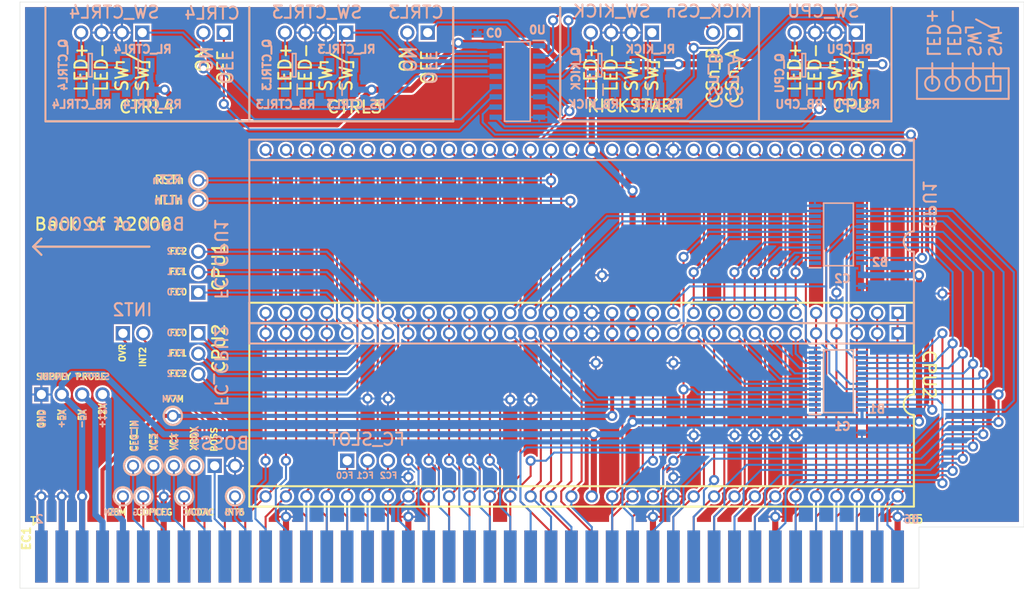
<source format=kicad_pcb>
(kicad_pcb (version 20231014) (generator "pcbnew") (generator_version "7.99")
  (layers (0 "F.Cu" signal "Top Layer") (31 "B.Cu" signal "Bottom Layer") (34 "B.Paste" user "Bottom Paste") (35 "F.Paste" user "Top Paste") (36 "B.SilkS" user "Bottom Overlay") (37 "F.SilkS" user "Top Overlay") (38 "B.Mask" user "Bottom Solder") (39 "F.Mask" user "Top Solder") (44 "Edge.Cuts" user))
  (net 0 "")
  (net 1 "/UDSn_SLOT")
  (net 2 "CPU1_SELN")
  (net 3 "/E_SLOT")
  (net 4 "/VMAn_CPU1")
  (net 5 "/RWn_CPU1")
  (net 6 "/CPU1_SELn")
  (net 7 "/ASn_CPU1")
  (net 8 "/VMAn_SLOT")
  (net 9 "/E_CPU1")
  (net 10 "/BGACKn_CPU2")
  (net 11 "/BGn_SLOT")
  (net 13 "/LDSn_SLOT")
  (net 14 "/BGACKn_CPU1")
  (net 15 "/ASn_SLOT")
  (net 17 "/UDSn_CPU1")
  (net 18 "/BGn_CPU1")
  (net 19 "/RWn_SLOT")
  (net 20 "/LDSn_CPU1")
  (net 21 "XRDY")
  (net 22 "/BGACKn_SLOT")
  (net 23 "VCDAC")
  (net 24 "/UDSn_CPU2")
  (net 25 "/RWn_CPU2")
  (net 26 "V7M")
  (net 27 "RSTN")
  (net 28 "/VMAn_CPU2")
  (net 29 "NetQ_KICK_3")
  (net 30 "NetQ_KICK_2")
  (net 31 "NetQ_KICK_1")
  (net 32 "/ASn_CPU2")
  (net 33 "/E_CPU2")
  (net 34 "/CPU2_SELn")
  (net 35 "/BGn_CPU2")
  (net 37 "/LDSn_CPU2")
  (net 38 "NetQ_CPU_3")
  (net 39 "NetQ_CPU_1")
  (net 40 "KICK_SW")
  (net 41 "KICK2_CSN")
  (net 42 "KICK1_CSN")
  (net 44 "/D9")
  (net 45 "/FC0_CPU1")
  (net 46 "/A4")
  (net 47 "/V7M")
  (net 48 "HLTN")
  (net 49 "GND")
  (net 50 "FC2_SLOT")
  (net 51 "/D8")
  (net 52 "/A21")
  (net 53 "FC1_SLOT")
  (net 54 "/A23")
  (net 55 "/BERRn")
  (net 56 "FC0_SLOT")
  (net 57 "/IPL1n")
  (net 58 "/D0")
  (net 59 "/A12")
  (net 60 "/A8")
  (net 61 "/RSTn")
  (net 62 "/D2")
  (net 63 "/D1")
  (net 64 "/A2")
  (net 65 "/A20")
  (net 66 "/BRn")
  (net 67 "/HLTn")
  (net 68 "/A14")
  (net 69 "/DTACKn")
  (net 70 "/A22")
  (net 71 "/D13")
  (net 72 "/A5")
  (net 73 "/A9")
  (net 74 "/VPAn")
  (net 75 "/D6")
  (net 76 "/D5")
  (net 77 "/A11")
  (net 78 "/D7")
  (net 79 "/A13")
  (net 80 "/A10")
  (net 81 "/A6")
  (net 82 "/IPL0n")
  (net 83 "/D11")
  (net 84 "/D3")
  (net 85 "CPU_SW")
  (net 86 "CPU_LED")
  (net 87 "COPCFG")
  (net 88 "CFG_IN")
  (net 89 "/A19")
  (net 90 "BOSS")
  (net 91 "/A16")
  (net 92 "/A18")
  (net 93 "/D14")
  (net 94 "/D10")
  (net 95 "/A15")
  (net 96 "/A17")
  (net 97 "/D4")
  (net 98 "/D15")
  (net 99 "/A7")
  (net 100 "/FC2_CPU1")
  (net 101 "/IPL2n")
  (net 102 "/D12")
  (net 103 "/A1")
  (net 104 "/A3")
  (net 105 "/FC1_CPU1")
  (net 106 "/FC0_CPU2")
  (net 107 "/FC2_CPU2")
  (net 108 "/FC1_CPU2")
  (net 109 "/CTRL3_OFF")
  (net 110 "/CTRL3_ON")
  (net 111 "/CTRL4_ON")
  (net 112 "/CTRL4_OFF")
  (net 113 "/FC2_SLOT")
  (net 114 "/INT2")
  (net 115 "/FC0_SLOT")
  (net 116 "/XRDY")
  (net 117 "/28M")
  (net 118 "28M")
  (net 119 "-5V")
  (net 120 "+12V")
  (net 121 "+5V")
  (net 122 "/BOSS")
  (net 123 "/FC1_SLOT")
  (net 124 "/VC3")
  (net 125 "/CFG_IN")
  (net 126 "/INT6")
  (net 127 "/OVR")
  (net 128 "/VC1")
  (net 129 "/COPCFG")
  (net 130 "/VCDAC")
  (net 131 "Net-(Q_CTRL3-C)")
  (net 132 "Net-(Q_CTRL3-E)")
  (net 133 "Net-(Q_CTRL3-B)")
  (net 134 "Net-(Q_CTRL4-B)")
  (net 135 "Net-(Q_CTRL4-E)")
  (net 136 "Net-(Q_CTRL4-C)")
  (net 137 "/CTRL3_SW")
  (net 138 "/CTRL4_SW")
  (net 139 "/KICK_SW")
  (net 140 "/KICK2_CSn")
  (net 141 "/CPU_SW")
  (net 142 "/KICK1_CSn")
  (footprint "MyConnectors.IntLib:DIP64 900mil 2xSIP32" (layer "F.Cu") (at 155.930605 118.656095 -90)
    (property "Reference" "CPU2")
    (property "Value" "MC68000P" (hide yes))
  )
  (footprint "MyConnectors.IntLib:Card Edge 86DS 100mil" (layer "F.Cu") (at 85.953605 141.516095)
    (property "Reference" "EC1")
    (property "Value" "Card Edge 86pos" (hide yes))
  )
  (footprint "MyConnectors.IntLib:Test Point Throughhole 60mil" (layer "B.Cu") (at 108.178605 93.256095 90)
    (property "Reference" "HLTn")
    (property "Value" "Test Point" (hide yes))
  )
  (footprint "MyConnectors.IntLib:Molex 705530001" (layer "B.Cu") (at 136.753605 72.301095 90)
    (property "Reference" "CTRL3")
    (property "Value" "Header 1x2 SSS" (hide yes))
  )
  (footprint "MyConnectors.IntLib:Test Point Throughhole 60mil" (layer "B.Cu") (at 108.178605 90.716095 90)
    (property "Reference" "RSTn")
    (property "Value" "Test Point" (hide yes))
  )
  (footprint "MyConnectors.IntLib:Molex 705530001" (layer "B.Cu") (at 111.353605 72.301095 90)
    (property "Reference" "CTRL4")
    (property "Value" "Header 1x2 SSS" (hide yes))
  )
  (footprint "MyConnectors.IntLib:Test Point Throughhole 60mil" (layer "B.Cu") (at 98.780605 130.086095 90)
    (property "Reference" "28M")
    (property "Value" "Test Point" (hide yes))
  )
  (footprint "MyTransistors.IntLib:SOT95P230X110-3N" (layer "B.Cu") (at 158.216605 76.365095)
    (property "Reference" "Q_KICK")
    (property "Value" "PMBT2222A_235" (hide yes))
  )
  (footprint "MyFlopLatches.IntLib:SOIC127P600X175-16N" (layer "B.Cu") (at 147.929605 78.397095 180)
    (property "Reference" "U0")
    (property "Value" "CD4042BDR" (hide yes))
  )
  (footprint "MyResistors.IntLib:SMD C3216 X 60N" (layer "B.Cu") (at 189.585605 79.413095)
    (property "Reference" "RS_CPU")
    (property "Value" "%" (hide yes))
  )
  (footprint "MyConnectors.IntLib:Molex 705530001" (layer "B.Cu") (at 174.853605 72.301095 90)
    (property "Reference" "KICK_CSn")
    (property "Value" "Header 1x2 SSS" (hide yes))
  )
  (footprint "MyConnectors.IntLib:Test Point Throughhole 60mil" (layer "B.Cu") (at 106.400605 130.086095 90)
    (property "Reference" "VCDAC")
    (property "Value" "Test Point" (hide yes))
  )
  (footprint "MyResistors.IntLib:SMD C3216 X 60N" (layer "B.Cu") (at 164.185605 79.413095)
    (property "Reference" "RS_KICK")
    (property "Value" "%" (hide yes))
  )
  (footprint "MyConnectors.IntLib:Test Point Throughhole 60mil" (layer "B.Cu") (at 100.050605 126.276095 90)
    (property "Reference" "CFG_IN")
    (property "Value" "Test Point" (hide yes))
  )
  (footprint "MyResistors.IntLib:SMD C3216 X 60N" (layer "B.Cu") (at 100.685605 76.365095 180)
    (property "Reference" "RL_CTRL4")
    (property "Value" "%" (hide yes))
  )
  (footprint "MyConnectors.IntLib:Test Point Throughhole 60mil" (layer "B.Cu") (at 105.130605 126.276095 180)
    (property "Reference" "VC1")
    (property "Value" "Test Point" (hide yes))
  )
  (footprint "MyResistors.IntLib:SMD C3216 X 60N" (layer "B.Cu") (at 189.585605 76.365095 180)
    (property "Reference" "RL_CPU")
    (property "Value" "%" (hide yes))
  )
  (footprint "MyCapacitors.IntLib:SMD 1608 X95N" (layer "B.Cu") (at 190.855605 103.162095 -90)
    (property "Reference" "C2")
    (property "Value" "X7R" (hide yes))
  )
  (footprint "MyResistors.IntLib:SMD C3216 X 60N" (layer "B.Cu") (at 126.085605 79.413095)
    (property "Reference" "RS_CTRL3")
    (property "Value" "%" (hide yes))
  )
  (footprint "MyConnectors.IntLib:Molex 705530003" (layer "B.Cu") (at 164.693605 72.301095 90)
    (property "Reference" "SW_KICK")
    (property "Value" "Header 1x4 SSS" (hide yes))
  )
  (footprint "MyCapacitors.IntLib:SMD 1608 X95N" (layer "B.Cu") (at 190.855605 121.450095 -90)
    (property "Reference" "C1")
    (property "Value" "X7R" (hide yes))
  )
  (footprint "MyResistors.IntLib:SMD C3216 X 60N" (layer "B.Cu") (at 164.185605 76.365095 180)
    (property "Reference" "RL_KICK")
    (property "Value" "%" (hide yes))
  )
  (footprint "MyTransistors.IntLib:SOT95P230X110-3N" (layer "B.Cu") (at 94.716605 76.365095)
    (property "Reference" "Q_CTRL4")
    (property "Value" "PMBT2222A_235" (hide yes))
  )
  (footprint "MyConnectors.IntLib:Harwin M20-9770346" (layer "B.Cu") (at 126.720605 125.641095 -90)
    (property "Reference" "FC_SLOT")
    (property "Value" "Header 1x3 SSS" (hide yes))
  )
  (footprint "MyConnectors.IntLib:Harwin M20-9770346" (layer "B.Cu") (at 108.178605 104.686095)
    (property "Reference" "FC_CPU1")
    (property "Value" "Header 1x3 SSS" (hide yes))
  )
  (footprint "MyConnectors.IntLib:Harwin M20-9770346" (layer "B.Cu") (at 108.178605 109.766095 180)
    (property "Reference" "FC_CPU2")
    (property "Value" "Header 1x3 SSS" (hide yes))
  )
  (footprint "MyConnectors.IntLib:Test Point Throughhole 60mil" (layer "B.Cu") (at 105.003605 120.053095 90)
    (property "Reference" "V7M")
    (property "Value" "Test Point" (hide yes))
  )
  (footprint "MyResistors.IntLib:SMD C3216 X 60N" (layer "B.Cu") (at 158.597605 79.413095 180)
    (property "Reference" "RB_KICK")
    (property "Value" "%" (hide yes))
  )
  (footprint "MyConnectors.IntLib:Test Point Throughhole 60mil" (layer "B.Cu") (at 102.590605 126.276095 90)
    (property "Reference" "VC3")
    (property "Value" "Test Point" (hide yes))
  )
  (footprint "MyConnectors.IntLib:Harwin M20-9770246" (layer "B.Cu") (at 98.780605 109.766095 -90)
    (property "Reference" "INT2")
    (property "Value" "Header 1x2 SSS" (hide yes))
  )
  (footprint "MyConnectors.IntLib:Molex 705530003" (layer "B.Cu") (at 101.193605 72.301095 90)
    (property "Reference" "SW_CTRL4")
    (property "Value" "Header 1x4 SSS" (hide yes))
  )
  (footprint "MyConnectors.IntLib:Molex 705530003" (layer "B.Cu") (at 126.593605 72.301095 90)
    (property "Reference" "SW_CTRL3")
    (property "Value" "Header 1x4 SSS" (hide yes))
  )
  (footprint "MyResistors.IntLib:SMD C3216 X 60N" (layer "B.Cu") (at 126.085605 76.365095 180)
    (property "Reference" "RL_CTRL3")
    (property "Value" "%" (hide yes))
  )
  (footprint "MyTransistors.IntLib:SOT95P230X110-3N" (layer "B.Cu") (at 120.116605 76.365095)
    (property "Reference" "Q_CTRL3")
    (property "Value" "PMBT2222A_235" (hide yes))
  )
  (footprint "MyConnectors.IntLib:Harwin M20-9770446" (layer "B.Cu") (at 88.620605 117.386095 -90)
    (property "Reference" "SUPPLY")
    (property "Value" "Header 1x4 SSS" (hide yes))
  )
  (footprint "MyResistors.IntLib:SMD C3216 X 60N" (layer "B.Cu") (at 183.997605 79.413095 180)
    (property "Reference" "RB_CPU")
    (property "Value" "%" (hide yes))
  )
  (footprint "MyConnectors.IntLib:DIP64 900mil 2xSIP32" (layer "B.Cu") (at 155.930605 98.336095 90)
    (property "Reference" "CPU1")
    (property "Value" "MC68000P" (hide yes))
  )
  (footprint "MyConnectors.IntLib:Test Point Throughhole 60mil" (layer "B.Cu") (at 101.320605 130.086095 90)
    (property "Reference" "COPCFG")
    (property "Value" "Test Point" (hide yes))
  )
  (footprint "MyMuxDemux.IntLib:SOP65P640X120-24N" (layer "B.Cu") (at 187.934605 115.735095)
    (property "Reference" "B1")
    (property "Value" "SN74CBTD3861PWR" (hide yes))
  )
  (footprint "MyConnectors.IntLib:Harwin M20-9770246" (layer "B.Cu") (at 110.210605 126.276095 -90)
    (property "Reference" "BOSS")
    (property "Value" "Header 1x2 SSS" (hide yes))
  )
  (footprint "MyResistors.IntLib:SMD C3216 X 60N" (layer "B.Cu") (at 120.497605 79.413095 180)
    (property "Reference" "RB_CTRL3")
    (property "Value" "%" (hide yes))
  )
  (footprint "MyConnectors.IntLib:Molex 705530003" (layer "B.Cu") (at 190.093605 72.301095 90)
    (property "Reference" "SW_CPU")
    (property "Value" "Header 1x4 SSS" (hide yes))
  )
  (footprint "MyResistors.IntLib:SMD C3216 X 60N" (layer "B.Cu") (at 100.685605 79.413095)
    (property "Reference" "RS_CTRL4")
    (property "Value" "%" (hide yes))
  )
  (footprint "MyTransistors.IntLib:SOT95P230X110-3N" (layer "B.Cu") (at 183.616605 76.365095)
    (property "Reference" "Q_CPU")
    (property "Value" "PMBT2222A_235" (hide yes))
  )
  (footprint "MyConnectors.IntLib:Test Point Throughhole 60mil" (layer "B.Cu") (at 107.670605 126.276095 90)
    (property "Reference" "XRDY")
    (property "Value" "Test Point" (hide yes))
  )
  (footprint "MyConnectors.IntLib:Test Point Throughhole 60mil" (layer "B.Cu") (at 112.750605 130.086095 90)
    (property "Reference" "INT6")
    (property "Value" "Test Point" (hide yes))
  )
  (footprint "MyMuxDemux.IntLib:SOP65P640X120-24N" (layer "B.Cu") (at 187.934605 97.447095)
    (property "Reference" "B2")
    (property "Value" "SN74CBTD3861PWR" (hide yes))
  )
  (footprint "MyCapacitors.IntLib:SMD 1608 X95N" (layer "B.Cu") (at 142.976605 73.190095 90)
    (property "Reference" "C0")
    (property "Value" "X7R" (hide yes))
  )
  (footprint "MyResistors.IntLib:SMD C3216 X 60N" (layer "B.Cu") (at 95.097605 79.413095 180)
    (property "Reference" "RB_CTRL4")
    (property "Value" "%" (hide yes))
  )
  (gr_line (start 139.928605 83.350095) (end 139.928605 69.126095) (stroke (width 0.254)) (layer "B.SilkS"))
  (gr_line (start 206.984605 71.666095) (end 207.873605 71.666095) (stroke (width 0.254)) (layer "B.SilkS"))
  (gr_line (start 204.698605 78.651095) (end 204.698605 76.111095) (stroke (width 0.254)) (layer "B.SilkS"))
  (gr_line (start 203.809605 71.666095) (end 204.698605 71.666095) (stroke (width 0.254)) (layer "B.SilkS"))
  (gr_line (start 153.263605 83.350095) (end 153.263605 69.126095) (stroke (width 0.254)) (layer "B.SilkS"))
  (gr_line (start 206.349605 77.762095) (end 208.127605 77.762095) (stroke (width 0.254)) (layer "B.SilkS"))
  (gr_line (start 203.809605 72.301095) (end 203.809605 71.666095) (stroke (width 0.254)) (layer "B.SilkS"))
  (gr_line (start 194.538605 83.350095) (end 194.538605 69.126095) (stroke (width 0.254)) (layer "B.SilkS"))
  (gr_line (start 207.873605 72.301095) (end 207.873605 71.666095) (stroke (width 0.254)) (layer "B.SilkS"))
  (gr_line (start 197.713605 76.746095) (end 209.143605 76.746095) (stroke (width 0.254)) (layer "B.SilkS"))
  (gr_line (start 87.604605 98.971095) (end 88.620605 97.955095) (stroke (width 0.254)) (layer "B.SilkS"))
  (gr_line (start 197.713605 80.556095) (end 197.713605 76.746095) (stroke (width 0.254)) (layer "B.SilkS"))
  (gr_line (start 114.528605 83.350095) (end 114.528605 69.126095) (stroke (width 0.254)) (layer "B.SilkS"))
  (gr_circle (center 199.618605 78.651095) (end 199.618605 77.762095) (stroke (width 0.254)) (fill none) (layer "B.SilkS"))
  (gr_line (start 205.079605 70.650095) (end 206.984605 71.666095) (stroke (width 0.254)) (layer "B.SilkS"))
  (gr_line (start 206.349605 79.540095) (end 208.127605 79.540095) (stroke (width 0.254)) (layer "B.SilkS"))
  (gr_line (start 202.158605 78.651095) (end 202.158605 76.111095) (stroke (width 0.254)) (layer "B.SilkS"))
  (gr_line (start 197.713605 80.556095) (end 209.143605 80.556095) (stroke (width 0.254)) (layer "B.SilkS"))
  (gr_line (start 207.238605 78.651095) (end 207.238605 76.111095) (stroke (width 0.254)) (layer "B.SilkS"))
  (gr_circle (center 204.698605 78.651095) (end 204.698605 77.762095) (stroke (width 0.254)) (fill none) (layer "B.SilkS"))
  (gr_line (start 208.127605 79.540095) (end 208.127605 77.762095) (stroke (width 0.254)) (layer "B.SilkS"))
  (gr_line (start 199.618605 78.651095) (end 199.618605 76.111095) (stroke (width 0.254)) (layer "B.SilkS"))
  (gr_line (start 89.128605 83.350095) (end 139.928605 83.350095) (stroke (width 0.254)) (layer "B.SilkS"))
  (gr_line (start 153.263605 83.350095) (end 194.538605 83.350095) (stroke (width 0.254)) (layer "B.SilkS"))
  (gr_line (start 178.028605 83.350095) (end 178.028605 69.126095) (stroke (width 0.254)) (layer "B.SilkS"))
  (gr_line (start 89.128605 83.350095) (end 89.128605 69.126095) (stroke (width 0.254)) (layer "B.SilkS"))
  (gr_circle (center 202.158605 78.651095) (end 202.158605 77.762095) (stroke (width 0.254)) (fill none) (layer "B.SilkS"))
  (gr_line (start 87.604605 98.971095) (end 102.082605 98.971095) (stroke (width 0.254)) (layer "B.SilkS"))
  (gr_line (start 206.349605 79.540095) (end 206.349605 77.762095) (stroke (width 0.254)) (layer "B.SilkS"))
  (gr_line (start 209.143605 80.556095) (end 209.143605 76.746095) (stroke (width 0.254)) (layer "B.SilkS"))
  (gr_line (start 87.604605 98.971095) (end 88.620605 99.987095) (stroke (width 0.254)) (layer "B.SilkS"))
  (gr_line (start 124.688605 74.968095) (end 126.593605 75.984095) (stroke (width 0.254)) (layer "F.SilkS"))
  (gr_line (start 87.604605 98.971095) (end 88.620605 97.955095) (stroke (width 0.254)) (layer "F.SilkS"))
  (gr_line (start 165.582605 76.619095) (end 165.582605 75.984095) (stroke (width 0.254)) (layer "F.SilkS"))
  (gr_line (start 178.028605 83.350095) (end 178.028605 69.126095) (stroke (width 0.254)) (layer "F.SilkS"))
  (gr_line (start 161.518605 76.619095) (end 161.518605 75.984095) (stroke (width 0.254)) (layer "F.SilkS"))
  (gr_line (start 127.482605 76.619095) (end 127.482605 75.984095) (stroke (width 0.254)) (layer "F.SilkS"))
  (gr_line (start 153.263605 83.350095) (end 178.028605 83.350095) (stroke (width 0.254)) (layer "F.SilkS"))
  (gr_line (start 123.418605 75.984095) (end 124.307605 75.984095) (stroke (width 0.254)) (layer "F.SilkS"))
  (gr_line (start 194.538605 83.350095) (end 194.538605 69.126095) (stroke (width 0.254)) (layer "F.SilkS"))
  (gr_line (start 190.093605 75.984095) (end 190.982605 75.984095) (stroke (width 0.254)) (layer "F.SilkS"))
  (gr_line (start 161.518605 75.984095) (end 162.407605 75.984095) (stroke (width 0.254)) (layer "F.SilkS"))
  (gr_line (start 126.593605 75.984095) (end 127.482605 75.984095) (stroke (width 0.254)) (layer "F.SilkS"))
  (gr_line (start 87.604605 98.971095) (end 88.620605 99.987095) (stroke (width 0.254)) (layer "F.SilkS"))
  (gr_line (start 98.018605 75.984095) (end 98.907605 75.984095) (stroke (width 0.254)) (layer "F.SilkS"))
  (gr_line (start 87.604605 98.971095) (end 102.082605 98.971095) (stroke (width 0.254)) (layer "F.SilkS"))
  (gr_line (start 102.082605 76.619095) (end 102.082605 75.984095) (stroke (width 0.254)) (layer "F.SilkS"))
  (gr_line (start 186.918605 76.619095) (end 186.918605 75.984095) (stroke (width 0.254)) (layer "F.SilkS"))
  (gr_line (start 186.918605 75.984095) (end 187.807605 75.984095) (stroke (width 0.254)) (layer "F.SilkS"))
  (gr_line (start 101.193605 75.984095) (end 102.082605 75.984095) (stroke (width 0.254)) (layer "F.SilkS"))
  (gr_line (start 164.693605 75.984095) (end 165.582605 75.984095) (stroke (width 0.254)) (layer "F.SilkS"))
  (gr_line (start 123.418605 76.619095) (end 123.418605 75.984095) (stroke (width 0.254)) (layer "F.SilkS"))
  (gr_line (start 98.018605 76.619095) (end 98.018605 75.984095) (stroke (width 0.254)) (layer "F.SilkS"))
  (gr_line (start 139.928605 83.350095) (end 139.928605 69.126095) (stroke (width 0.254)) (layer "F.SilkS"))
  (gr_line (start 89.128605 83.350095) (end 139.928605 83.350095) (stroke (width 0.254)) (layer "F.SilkS"))
  (gr_line (start 162.788605 74.968095) (end 164.693605 75.984095) (stroke (width 0.254)) (layer "F.SilkS"))
  (gr_line (start 89.128605 83.350095) (end 89.128605 69.126095) (stroke (width 0.254)) (layer "F.SilkS"))
  (gr_line (start 153.263605 83.350095) (end 153.263605 69.126095) (stroke (width 0.254)) (layer "F.SilkS"))
  (gr_line (start 188.188605 74.968095) (end 190.093605 75.984095) (stroke (width 0.254)) (layer "F.SilkS"))
  (gr_line (start 178.028605 83.350095) (end 194.538605 83.350095) (stroke (width 0.254)) (layer "F.SilkS"))
  (gr_line (start 99.288605 74.968095) (end 101.193605 75.984095) (stroke (width 0.254)) (layer "F.SilkS"))
  (gr_line (start 190.982605 76.619095) (end 190.982605 75.984095) (stroke (width 0.254)) (layer "F.SilkS"))
  (gr_line (start 114.528605 83.350095) (end 114.528605 69.126095) (stroke (width 0.254)) (layer "F.SilkS"))
  (gr_line (start 197.967595 141.516105) (end 197.967605 133.896095) (stroke (width 0.05)) (layer "Edge.Cuts"))
  (gr_line (start 197.967605 133.896095) (end 211.048605 133.896095) (stroke (width 0.05)) (layer "Edge.Cuts"))
  (gr_line (start 85.953595 141.516105) (end 197.967595 141.516105) (stroke (width 0.05)) (layer "Edge.Cuts"))
  (gr_line (start 211.048615 68.491095) (end 85.953585 68.491095) (stroke (width 0.05)) (layer "Edge.Cuts"))
  (gr_line (start 85.953585 68.491095) (end 85.953595 141.516105) (stroke (width 0.05)) (layer "Edge.Cuts"))
  (gr_line (start 211.048605 133.896095) (end 211.048615 68.491095) (stroke (width 0.05)) (layer "Edge.Cuts"))
  (gr_text "FC2" (at 106.527605 115.227095 360) (layer "B.SilkS") (effects (font (size 0.762 0.762) (thickness 0.2032)) (justify left bottom mirror)))
  (gr_text "CSn_B" (at 171.678605 81.953095 270) (layer "B.SilkS") (effects (font (size 1.524 1.524) (thickness 0.254)) (justify left bottom mirror)))
  (gr_text "FC2" (at 106.527605 99.987095 360) (layer "B.SilkS") (effects (font (size 0.762 0.762) (thickness 0.2032)) (justify left bottom mirror)))
  (gr_text "FC0" (at 106.527605 110.147095 360) (layer "B.SilkS") (effects (font (size 0.762 0.762) (thickness 0.2032)) (justify left bottom mirror)))
  (gr_text "LED+" (at 198.856605 75.476095 270) (layer "B.SilkS") (effects (font (size 1.524 1.524) (thickness 0.254)) (justify left bottom mirror)))
  (gr_text "Back of A2000" (at 106.654605 97.066095 360) (layer "B.SilkS") (effects (font (size 1.524 1.524) (thickness 0.254)) (justify left bottom mirror)))
  (gr_text "ON" (at 108.178605 77.381095 270) (layer "B.SilkS") (effects (font (size 1.524 1.524) (thickness 0.254)) (justify left bottom mirror)))
  (gr_text "FC0" (at 127.609605 127.927095 360) (layer "B.SilkS") (effects (font (size 0.762 0.762) (thickness 0.2032)) (justify left bottom mirror)))
  (gr_text "+12V" (at 95.859605 121.704095 270) (layer "B.SilkS") (effects (font (size 0.762 0.762) (thickness 0.2032)) (justify left bottom mirror)))
  (gr_text "PROBE" (at 92.049605 115.608095 360) (layer "B.SilkS") (effects (font (size 0.762 0.762) (thickness 0.2032)) (justify left bottom mirror)))
  (gr_text "CSn_A" (at 174.218605 81.953095 270) (layer "B.SilkS") (effects (font (size 1.524 1.524) (thickness 0.254)) (justify left bottom mirror)))
  (gr_text "FC1" (at 106.527605 102.527095 360) (layer "B.SilkS") (effects (font (size 0.762 0.762) (thickness 0.2032)) (justify left bottom mirror)))
  (gr_text "SW" (at 206.476605 75.476095 270) (layer "B.SilkS") (effects (font (size 1.524 1.524) (thickness 0.254)) (justify left bottom mirror)))
  (gr_text "+5V" (at 90.779605 121.704095 270) (layer "B.SilkS") (effects (font (size 0.762 0.762) (thickness 0.2032)) (justify left bottom mirror)))
  (gr_text "FC1" (at 106.527605 112.687095 360) (layer "B.SilkS") (effects (font (size 0.762 0.762) (thickness 0.2032)) (justify left bottom mirror)))
  (gr_text "LED-" (at 201.396605 75.476095 270) (layer "B.SilkS") (effects (font (size 1.524 1.524) (thickness 0.254)) (justify left bottom mirror)))
  (gr_text "-5V" (at 93.319605 121.704095 270) (layer "B.SilkS") (effects (font (size 0.762 0.762) (thickness 0.2032)) (justify left bottom mirror)))
  (gr_text "OFF" (at 136.118605 78.905095 270) (layer "B.SilkS") (effects (font (size 1.524 1.524) (thickness 0.254)) (justify left bottom mirror)))
  (gr_text "FC1" (at 130.149605 127.927095 360) (layer "B.SilkS") (effects (font (size 0.762 0.762) (thickness 0.2032)) (justify left bottom mirror)))
  (gr_text "FC0" (at 106.527605 105.067095 360) (layer "B.SilkS") (effects (font (size 0.762 0.762) (thickness 0.2032)) (justify left bottom mirror)))
  (gr_text "ON" (at 133.578605 77.381095 270) (layer "B.SilkS") (effects (font (size 1.524 1.524) (thickness 0.254)) (justify left bottom mirror)))
  (gr_text "OFF" (at 110.718605 78.905095 270) (layer "B.SilkS") (effects (font (size 1.524 1.524) (thickness 0.254)) (justify left bottom mirror)))
  (gr_text "SW" (at 203.936605 75.476095 270) (layer "B.SilkS") (effects (font (size 1.524 1.524) (thickness 0.254)) (justify left bottom mirror)))
  (gr_text "GND" (at 88.239605 121.704095 270) (layer "B.SilkS") (effects (font (size 0.762 0.762) (thickness 0.2032)) (justify left bottom mirror)))
  (gr_text "FC2" (at 133.070605 127.927095 360) (layer "B.SilkS") (effects (font (size 0.762 0.762) (thickness 0.2032)) (justify left bottom mirror)))
  (gr_text "FC1" (at 104.495605 112.687095 360) (layer "F.SilkS") (effects (font (size 0.762 0.762) (thickness 0.2032)) (justify left bottom)))
  (gr_text "SW" (at 163.042605 79.794095 90) (layer "F.SilkS") (effects (font (size 1.524 1.524) (thickness 0.254)) (justify left bottom)))
  (gr_text "CTRL3" (at 124.053605 82.461095 360) (layer "F.SilkS") (effects (font (size 1.524 1.524) (thickness 0.254)) (justify left bottom)))
  (gr_text "CTRL4" (at 98.145605 82.461095 360) (layer "F.SilkS") (effects (font (size 1.524 1.524) (thickness 0.254)) (justify left bottom)))
  (gr_text "LED+" (at 94.462605 79.794095 90) (layer "F.SilkS") (effects (font (size 1.524 1.524) (thickness 0.254)) (justify left bottom)))
  (gr_text "LED-" (at 185.902605 79.794095 90) (layer "F.SilkS") (effects (font (size 1.524 1.524) (thickness 0.254)) (justify left bottom)))
  (gr_text "CPU" (at 187.045605 82.334095 360) (layer "F.SilkS") (effects (font (size 1.524 1.524) (thickness 0.254)) (justify left bottom)))
  (gr_text "FC0" (at 104.495605 105.067095 360) (layer "F.SilkS") (effects (font (size 0.762 0.762) (thickness 0.2032)) (justify left bottom)))
  (gr_text "INT2" (at 101.701605 114.084095 90) (layer "F.SilkS") (effects (font (size 0.762 0.762) (thickness 0.2032)) (justify left bottom)))
  (gr_text "CSn_B" (at 173.202605 81.318095 90) (layer "F.SilkS") (effects (font (size 1.524 1.524) (thickness 0.254)) (justify left bottom)))
  (gr_text "VC1" (at 105.511605 124.498095 90) (layer "F.SilkS") (effects (font (size 0.762 0.762) (thickness 0.2032)) (justify left bottom)))
  (gr_text "RSTn" (at 102.590605 91.224095 360) (layer "F.SilkS") (effects (font (size 1.016 1.016) (thickness 0.2032)) (justify left bottom)))
  (gr_text "HLTn" (at 102.590605 93.764095 360) (layer "F.SilkS") (effects (font (size 1.016 1.016) (thickness 0.2032)) (justify left bottom)))
  (gr_text "SW" (at 124.942605 79.794095 90) (layer "F.SilkS") (effects (font (size 1.524 1.524) (thickness 0.254)) (justify left bottom)))
  (gr_text "CPU1" (at 111.607605 104.686095 90) (layer "F.SilkS") (effects (font (size 1.524 1.524) (thickness 0.254)) (justify left bottom)))
  (gr_text "LED-" (at 160.502605 79.794095 90) (layer "F.SilkS") (effects (font (size 1.524 1.524) (thickness 0.254)) (justify left bottom)))
  (gr_text "LED+" (at 157.962605 79.794095 90) (layer "F.SilkS") (effects (font (size 1.524 1.524) (thickness 0.254)) (justify left bottom)))
  (gr_text "LED-" (at 122.402605 79.794095 90) (layer "F.SilkS") (effects (font (size 1.524 1.524) (thickness 0.254)) (justify left bottom)))
  (gr_text "SW" (at 99.542605 79.794095 90) (layer "F.SilkS") (effects (font (size 1.524 1.524) (thickness 0.254)) (justify left bottom)))
  (gr_text "INT6" (at 111.353605 132.499095 360) (layer "F.SilkS") (effects (font (size 0.762 0.762) (thickness 0.2032)) (justify left bottom)))
  (gr_text "FC0" (at 104.495605 110.147095 360) (layer "F.SilkS") (effects (font (size 0.762 0.762) (thickness 0.2032)) (justify left bottom)))
  (gr_text "OVR" (at 99.161605 113.449095 90) (layer "F.SilkS") (effects (font (size 0.762 0.762) (thickness 0.2032)) (justify left bottom)))
  (gr_text "VC3" (at 102.971605 124.498095 90) (layer "F.SilkS") (effects (font (size 0.762 0.762) (thickness 0.2032)) (justify left bottom)))
  (gr_text "Back of A2000" (at 87.604605 97.066095 360) (layer "F.SilkS") (effects (font (size 1.524 1.524) (thickness 0.254)) (justify left bottom)))
  (gr_text "SW" (at 190.982605 79.794095 90) (layer "F.SilkS") (effects (font (size 1.524 1.524) (thickness 0.254)) (justify left bottom)))
  (gr_text "COPCFG" (at 100.304605 132.499095 360) (layer "F.SilkS") (effects (font (size 0.762 0.762) (thickness 0.2032)) (justify left bottom)))
  (gr_text "OFF" (at 137.642605 78.905095 90) (layer "F.SilkS") (effects (font (size 1.524 1.524) (thickness 0.254)) (justify left bottom)))
  (gr_text "LED-" (at 97.002605 79.794095 90) (layer "F.SilkS") (effects (font (size 1.524 1.524) (thickness 0.254)) (justify left bottom)))
  (gr_text "OFF" (at 112.242605 78.905095 90) (layer "F.SilkS") (effects (font (size 1.524 1.524) (thickness 0.254)) (justify left bottom)))
  (gr_text "FC2" (at 104.495605 99.987095 360) (layer "F.SilkS") (effects (font (size 0.762 0.762) (thickness 0.2032)) (justify left bottom)))
  (gr_text "+5V" (at 91.541605 121.704095 90) (layer "F.SilkS") (effects (font (size 0.762 0.762) (thickness 0.2032)) (justify left bottom)))
  (gr_text "CPU2" (at 111.607605 114.846095 90) (layer "F.SilkS") (effects (font (size 1.524 1.524) (thickness 0.254)) (justify left bottom)))
  (gr_text "SW" (at 102.082605 79.794095 90) (layer "F.SilkS") (effects (font (size 1.524 1.524) (thickness 0.254)) (justify left bottom)))
  (gr_text "LED+" (at 183.362605 79.794095 90) (layer "F.SilkS") (effects (font (size 1.524 1.524) (thickness 0.254)) (justify left bottom)))
  (gr_text "CFG_IN" (at 100.558605 124.625095 90) (layer "F.SilkS") (effects (font (size 0.762 0.762) (thickness 0.2032)) (justify left bottom)))
  (gr_text "FC1" (at 104.495605 102.527095 360) (layer "F.SilkS") (effects (font (size 0.762 0.762) (thickness 0.2032)) (justify left bottom)))
  (gr_text "SUPPLY PROBE" (at 87.858605 115.608095 360) (layer "F.SilkS") (effects (font (size 0.762 0.762) (thickness 0.2032)) (justify left bottom)))
  (gr_text "XRDY" (at 108.051605 124.498095 90) (layer "F.SilkS") (effects (font (size 0.762 0.762) (thickness 0.2032)) (justify left bottom)))
  (gr_text "BOSS" (at 110.591605 124.625095 90) (layer "F.SilkS") (effects (font (size 0.762 0.762) (thickness 0.2032)) (justify left bottom)))
  (gr_text "GND" (at 89.001605 121.704095 90) (layer "F.SilkS") (effects (font (size 0.762 0.762) (thickness 0.2032)) (justify left bottom)))
  (gr_text "ON" (at 109.575605 77.381095 90) (layer "F.SilkS") (effects (font (size 1.524 1.524) (thickness 0.254)) (justify left bottom)))
  (gr_text "SW" (at 188.442605 79.794095 90) (layer "F.SilkS") (effects (font (size 1.524 1.524) (thickness 0.254)) (justify left bottom)))
  (gr_text "SW" (at 127.482605 79.794095 90) (layer "F.SilkS") (effects (font (size 1.524 1.524) (thickness 0.254)) (justify left bottom)))
  (gr_text "+12V" (at 96.621605 121.704095 90) (layer "F.SilkS") (effects (font (size 0.762 0.762) (thickness 0.2032)) (justify left bottom)))
  (gr_text "FC2" (at 104.495605 115.227095 360) (layer "F.SilkS") (effects (font (size 0.762 0.762) (thickness 0.2032)) (justify left bottom)))
  (gr_text "KICKSTART" (at 156.438605 82.334095 360) (layer "F.SilkS") (effects (font (size 1.524 1.524) (thickness 0.254)) (justify left bottom)))
  (gr_text "LED+" (at 119.862605 79.794095 90) (layer "F.SilkS") (effects (font (size 1.524 1.524) (thickness 0.254)) (justify left bottom)))
  (gr_text "ON" (at 134.975605 77.381095 90) (layer "F.SilkS") (effects (font (size 1.524 1.524) (thickness 0.254)) (justify left bottom)))
  (gr_text "CSn_A" (at 175.615605 81.318095 90) (layer "F.SilkS") (effects (font (size 1.524 1.524) (thickness 0.254)) (justify left bottom)))
  (gr_text "VCDAC" (at 106.400605 132.499095 360) (layer "F.SilkS") (effects (font (size 0.762 0.762) (thickness 0.2032)) (justify left bottom)))
  (gr_text "SW" (at 165.582605 79.794095 90) (layer "F.SilkS") (effects (font (size 1.524 1.524) (thickness 0.254)) (justify left bottom)))
  (gr_text "28M" (at 96.748605 132.499095 360) (layer "F.SilkS") (effects (font (size 0.762 0.762) (thickness 0.2032)) (justify left bottom)))
  (gr_text "V7M" (at 103.987605 118.402095 360) (layer "F.SilkS") (effects (font (size 0.762 0.762) (thickness 0.2032)) (justify left bottom)))
  (gr_text "-5V" (at 94.081605 121.704095 90) (layer "F.SilkS") (effects (font (size 0.762 0.762) (thickness 0.2032)) (justify left bottom)))
  (segment (start 202.158605 126.911095) (end 202.158605 111.036095) (width 0.254) (layer "F.Cu") (net 1))
  (via (at 202.158605 126.911095) (size 1.27) (drill 0.7112) (layers "F.Cu" "B.Cu") (net 1))
  (via (at 202.158605 111.036095) (size 1.27) (drill 0.7112) (layers "F.Cu" "B.Cu") (net 1))
  (segment (start 178.790605 129.324095) (end 180.695605 127.419095) (width 0.254) (layer "B.Cu") (net 1))
  (segment (start 199.084605 99.072095) (end 202.158605 102.146095) (width 0.254) (layer "B.Cu") (net 1))
  (segment (start 202.158605 111.036095) (end 202.158605 102.146095) (width 0.254) (layer "B.Cu") (net 1))
  (segment (start 177.520605 132.626095) (end 178.790605 131.356095) (width 0.254) (layer "B.Cu") (net 1))
  (segment (start 190.872605 99.072095) (end 199.084605 99.072095) (width 0.254) (layer "B.Cu") (net 1))
  (segment (start 199.734605 113.460095) (end 202.158605 111.036095) (width 0.254) (layer "B.Cu") (net 1))
  (segment (start 178.790605 131.356095) (end 178.790605 129.324095) (width 0.254) (layer "B.Cu") (net 1))
  (segment (start 199.999605 127.419095) (end 200.507605 126.911095) (width 0.254) (layer "B.Cu") (net 1))
  (segment (start 190.872605 113.460095) (end 199.734605 113.460095) (width 0.254) (layer "B.Cu") (net 1))
  (segment (start 177.520605 137.579095) (end 177.520605 132.626095) (width 0.254) (layer "B.Cu") (net 1))
  (segment (start 200.507605 126.911095) (end 202.158605 126.911095) (width 0.254) (layer "B.Cu") (net 1))
  (segment (start 180.695605 127.419095) (end 199.999605 127.419095) (width 0.254) (layer "B.Cu") (net 1))
  (segment (start 185.521605 81.826095) (end 195.808605 81.826095) (width 0.254) (layer "F.Cu") (net 2))
  (segment (start 199.618605 119.291095) (end 199.618605 85.636095) (width 0.254) (layer "F.Cu") (net 2))
  (segment (start 195.808605 81.826095) (end 199.618605 85.636095) (width 0.254) (layer "F.Cu") (net 2))
  (via (at 185.521605 81.826095) (size 1.27) (drill 0.7112) (layers "F.Cu" "B.Cu") (net 2))
  (via (at 199.618605 119.291095) (size 1.27) (drill 0.7112) (layers "F.Cu" "B.Cu") (net 2))
  (segment (start 185.497625 81.802115) (end 185.521605 81.826095) (width 0.254) (layer "B.Cu") (net 2))
  (segment (start 190.872605 118.660095) (end 198.987605 118.660095) (width 0.254) (layer "B.Cu") (net 2))
  (segment (start 146.360595 83.985095) (end 183.362605 83.985095) (width 0.254) (layer "B.Cu") (net 2))
  (segment (start 183.362605 83.985095) (end 185.521605 81.826095) (width 0.254) (layer "B.Cu") (net 2))
  (segment (start 185.497625 81.802115) (end 185.497625 79.413095) (width 0.254) (layer "B.Cu") (net 2))
  (segment (start 145.217595 82.842095) (end 146.360595 83.985095) (width 0.254) (layer "B.Cu") (net 2))
  (segment (start 198.987605 118.660095) (end 199.618605 119.291095) (width 0.254) (layer "B.Cu") (net 2))
  (segment (start 149.580605 137.579095) (end 149.580605 131.991095) (width 0.254) (layer "B.Cu") (net 3))
  (segment (start 209.778605 118.148095) (end 209.778605 102.146095) (width 0.254) (layer "B.Cu") (net 3))
  (segment (start 149.072605 123.990095) (end 197.078605 123.990095) (width 0.254) (layer "B.Cu") (net 3))
  (segment (start 200.888605 120.180095) (end 200.888605 119.291095) (width 0.254) (layer "B.Cu") (net 3))
  (segment (start 190.872605 94.522095) (end 202.154605 94.522095) (width 0.254) (layer "B.Cu") (net 3))
  (segment (start 148.310605 130.721095) (end 148.310605 124.752095) (width 0.254) (layer "B.Cu") (net 3))
  (segment (start 200.888605 119.291095) (end 200.888605 118.656095) (width 0.254) (layer "B.Cu") (net 3))
  (segment (start 190.872605 118.010095) (end 200.242605 118.010095) (width 0.254) (layer "B.Cu") (net 3))
  (segment (start 208.635605 119.291095) (end 209.778605 118.148095) (width 0.254) (layer "B.Cu") (net 3))
  (segment (start 202.154605 94.522095) (end 209.778605 102.146095) (width 0.254) (layer "B.Cu") (net 3))
  (segment (start 148.310605 124.752095) (end 149.072605 123.990095) (width 0.254) (layer "B.Cu") (net 3))
  (segment (start 148.310605 130.721095) (end 149.580605 131.991095) (width 0.254) (layer "B.Cu") (net 3))
  (segment (start 197.078605 123.990095) (end 200.888605 120.180095) (width 0.254) (layer "B.Cu") (net 3))
  (segment (start 200.888605 119.291095) (end 208.635605 119.291095) (width 0.254) (layer "B.Cu") (net 3))
  (segment (start 200.242605 118.010095) (end 200.888605 118.656095) (width 0.254) (layer "B.Cu") (net 3))
  (segment (start 149.580605 109.766095) (end 157.824605 118.010095) (width 0.254) (layer "B.Cu") (net 4))
  (segment (start 157.824605 118.010095) (end 184.996605 118.010095) (width 0.254) (layer "B.Cu") (net 4))
  (segment (start 174.980605 109.766095) (end 180.624605 115.410095) (width 0.254) (layer "B.Cu") (net 5))
  (segment (start 180.624605 115.410095) (end 184.996605 115.410095) (width 0.254) (layer "B.Cu") (net 5))
  (segment (start 183.754605 113.460095) (end 184.996605 113.460095) (width 0.254) (layer "B.Cu") (net 7))
  (segment (start 182.600605 112.306095) (end 182.600605 109.766095) (width 0.254) (layer "B.Cu") (net 7))
  (segment (start 182.600605 112.306095) (end 183.754605 113.460095) (width 0.254) (layer "B.Cu") (net 7))
  (segment (start 207.873605 120.822765) (end 207.873605 117.386095) (width 0.254) (layer "F.Cu") (net 8))
  (segment (start 148.310605 130.721095) (end 148.310605 128.816095) (width 0.254) (layer "F.Cu") (net 8))
  (segment (start 152.120605 137.579095) (end 152.120605 134.531095) (width 0.254) (layer "F.Cu") (net 8))
  (segment (start 149.580605 127.546095) (end 149.580605 125.641095) (width 0.254) (layer "F.Cu") (net 8))
  (segment (start 148.310605 130.721095) (end 152.120605 134.531095) (width 0.254) (layer "F.Cu") (net 8))
  (segment (start 148.310605 128.816095) (end 149.580605 127.546095) (width 0.254) (layer "F.Cu") (net 8))
  (via (at 149.580605 125.641095) (size 1.27) (drill 0.7112) (layers "F.Cu" "B.Cu") (net 8))
  (via (at 207.873605 117.386095) (size 1.27) (drill 0.7112) (layers "F.Cu" "B.Cu") (net 8))
  (via (at 207.873605 120.822765) (size 1.27) (drill 0.7112) (layers "F.Cu" "B.Cu") (net 8))
  (segment (start 152.501605 124.625095) (end 197.713605 124.625095) (width 0.254) (layer "B.Cu") (net 8))
  (segment (start 207.899605 117.360095) (end 208.508605 116.751095) (width 0.254) (layer "B.Cu") (net 8))
  (segment (start 190.872605 95.172095) (end 201.534605 95.172095) (width 0.254) (layer "B.Cu") (net 8))
  (segment (start 151.485605 125.641095) (end 152.501605 124.625095) (width 0.254) (layer "B.Cu") (net 8))
  (segment (start 201.515935 120.822765) (end 207.873605 120.822765) (width 0.254) (layer "B.Cu") (net 8))
  (segment (start 201.534605 95.172095) (end 208.508605 102.146095) (width 0.254) (layer "B.Cu") (net 8))
  (segment (start 197.713605 124.625095) (end 201.515935 120.822765) (width 0.254) (layer "B.Cu") (net 8))
  (segment (start 208.508605 116.751095) (end 208.508605 102.146095) (width 0.254) (layer "B.Cu") (net 8))
  (segment (start 190.872605 117.360095) (end 207.899605 117.360095) (width 0.254) (layer "B.Cu") (net 8))
  (segment (start 149.580605 125.641095) (end 151.485605 125.641095) (width 0.254) (layer "B.Cu") (net 8))
  (segment (start 155.934605 118.660095) (end 184.996605 118.660095) (width 0.254) (layer "B.Cu") (net 9))
  (segment (start 147.040605 109.766095) (end 155.934605 118.660095) (width 0.254) (layer "B.Cu") (net 9))
  (segment (start 186.410605 110.528095) (end 186.410605 103.924095) (width 0.254) (layer "B.Cu") (net 10))
  (segment (start 186.410605 103.924095) (end 186.410605 99.733095) (width 0.254) (layer "B.Cu") (net 10))
  (segment (start 186.410605 110.528095) (end 187.680605 111.798095) (width 0.254) (layer "B.Cu") (net 10))
  (segment (start 187.680605 114.338095) (end 189.402605 116.060095) (width 0.254) (layer "B.Cu") (net 10))
  (segment (start 187.680605 114.338095) (end 187.680605 111.798095) (width 0.254) (layer "B.Cu") (net 10))
  (segment (start 167.360605 105.956095) (end 169.392605 103.924095) (width 0.254) (layer "B.Cu") (net 10))
  (segment (start 189.671605 96.472095) (end 190.872605 96.472095) (width 0.254) (layer "B.Cu") (net 10))
  (segment (start 169.392605 103.924095) (end 186.410605 103.924095) (width 0.254) (layer "B.Cu") (net 10))
  (segment (start 186.410605 99.733095) (end 189.671605 96.472095) (width 0.254) (layer "B.Cu") (net 10))
  (segment (start 189.402605 116.060095) (end 190.872605 116.060095) (width 0.254) (layer "B.Cu") (net 10))
  (segment (start 167.360605 107.226095) (end 167.360605 105.956095) (width 0.254) (layer "B.Cu") (net 10))
  (segment (start 205.968605 122.339095) (end 205.968605 114.846095) (width 0.254) (layer "F.Cu") (net 11))
  (via (at 205.968605 114.846095) (size 1.27) (drill 0.7112) (layers "F.Cu" "B.Cu") (net 11))
  (via (at 205.968605 122.339095) (size 1.27) (drill 0.7112) (layers "F.Cu" "B.Cu") (net 11))
  (segment (start 205.968605 114.846095) (end 205.968605 102.146095) (width 0.254) (layer "B.Cu") (net 11))
  (segment (start 168.630605 131.356095) (end 168.630605 128.943095) (width 0.254) (layer "B.Cu") (net 11))
  (segment (start 167.360605 137.579095) (end 167.360605 132.626095) (width 0.254) (layer "B.Cu") (net 11))
  (segment (start 205.404605 115.410095) (end 205.968605 114.846095) (width 0.254) (layer "B.Cu") (net 11))
  (segment (start 190.872605 97.122095) (end 200.944605 97.122095) (width 0.254) (layer "B.Cu") (net 11))
  (segment (start 190.872605 115.410095) (end 205.404605 115.410095) (width 0.254) (layer "B.Cu") (net 11))
  (segment (start 168.630605 128.943095) (end 172.186605 125.387095) (width 0.254) (layer "B.Cu") (net 11))
  (segment (start 201.269605 122.339095) (end 205.968605 122.339095) (width 0.254) (layer "B.Cu") (net 11))
  (segment (start 200.944605 97.122095) (end 205.968605 102.146095) (width 0.254) (layer "B.Cu") (net 11))
  (segment (start 167.360605 132.626095) (end 168.630605 131.356095) (width 0.254) (layer "B.Cu") (net 11))
  (segment (start 172.186605 125.387095) (end 198.221605 125.387095) (width 0.254) (layer "B.Cu") (net 11))
  (segment (start 198.221605 125.387095) (end 201.269605 122.339095) (width 0.254) (layer "B.Cu") (net 11))
  (segment (start 203.428605 125.387095) (end 203.428605 112.306095) (width 0.254) (layer "F.Cu") (net 13))
  (via (at 203.428605 125.387095) (size 1.27) (drill 0.7112) (layers "F.Cu" "B.Cu") (net 13))
  (via (at 203.428605 112.306095) (size 1.27) (drill 0.7112) (layers "F.Cu" "B.Cu") (net 13))
  (segment (start 174.980605 137.579095) (end 174.980605 132.626095) (width 0.254) (layer "B.Cu") (net 13))
  (segment (start 199.364605 126.784095) (end 200.761605 125.387095) (width 0.254) (layer "B.Cu") (net 13))
  (segment (start 190.872605 98.422095) (end 199.704605 98.422095) (width 0.254) (layer "B.Cu") (net 13))
  (segment (start 199.704605 98.422095) (end 203.428605 102.146095) (width 0.254) (layer "B.Cu") (net 13))
  (segment (start 190.872605 114.110095) (end 201.624605 114.110095) (width 0.254) (layer "B.Cu") (net 13))
  (segment (start 174.980605 132.626095) (end 176.123605 131.483095) (width 0.254) (layer "B.Cu") (net 13))
  (segment (start 176.123605 131.483095) (end 176.123605 128.943095) (width 0.254) (layer "B.Cu") (net 13))
  (segment (start 201.624605 114.110095) (end 203.428605 112.306095) (width 0.254) (layer "B.Cu") (net 13))
  (segment (start 203.428605 112.306095) (end 203.428605 102.146095) (width 0.254) (layer "B.Cu") (net 13))
  (segment (start 178.282605 126.784095) (end 199.364605 126.784095) (width 0.254) (layer "B.Cu") (net 13))
  (segment (start 200.761605 125.387095) (end 203.428605 125.387095) (width 0.254) (layer "B.Cu") (net 13))
  (segment (start 176.123605 128.943095) (end 178.282605 126.784095) (width 0.254) (layer "B.Cu") (net 13))
  (segment (start 183.870605 110.401095) (end 183.870605 106.464095) (width 0.254) (layer "B.Cu") (net 14))
  (segment (start 182.727605 105.321095) (end 183.870605 106.464095) (width 0.254) (layer "B.Cu") (net 14))
  (segment (start 186.791605 114.719095) (end 186.791605 112.052095) (width 0.254) (layer "B.Cu") (net 14))
  (segment (start 167.360605 109.766095) (end 168.630605 108.496095) (width 0.254) (layer "B.Cu") (net 14))
  (segment (start 183.870605 110.401095) (end 184.505605 111.036095) (width 0.254) (layer "B.Cu") (net 14))
  (segment (start 169.773605 105.321095) (end 182.727605 105.321095) (width 0.254) (layer "B.Cu") (net 14))
  (segment (start 168.630605 108.496095) (end 168.630605 106.464095) (width 0.254) (layer "B.Cu") (net 14))
  (segment (start 186.791605 114.719095) (end 188.782605 116.710095) (width 0.254) (layer "B.Cu") (net 14))
  (segment (start 168.630605 106.464095) (end 169.773605 105.321095) (width 0.254) (layer "B.Cu") (net 14))
  (segment (start 207.238605 115.608095) (end 207.238605 102.146095) (width 0.254) (layer "B.Cu") (net 14))
  (segment (start 190.872605 116.710095) (end 206.136605 116.710095) (width 0.254) (layer "B.Cu") (net 14))
  (segment (start 206.136605 116.710095) (end 207.238605 115.608095) (width 0.254) (layer "B.Cu") (net 14))
  (segment (start 200.914605 95.822095) (end 207.238605 102.146095) (width 0.254) (layer "B.Cu") (net 14))
  (segment (start 184.505605 111.036095) (end 185.775605 111.036095) (width 0.254) (layer "B.Cu") (net 14))
  (segment (start 188.782605 116.710095) (end 190.872605 116.710095) (width 0.254) (layer "B.Cu") (net 14))
  (segment (start 190.872605 95.822095) (end 200.914605 95.822095) (width 0.254) (layer "B.Cu") (net 14))
  (segment (start 185.775605 111.036095) (end 186.791605 112.052095) (width 0.254) (layer "B.Cu") (net 14))
  (segment (start 200.888605 128.435095) (end 200.888605 109.766095) (width 0.254) (layer "F.Cu") (net 15))
  (via (at 200.888605 128.435095) (size 1.27) (drill 0.7112) (layers "F.Cu" "B.Cu") (net 15))
  (via (at 200.888605 109.766095) (size 1.27) (drill 0.7112) (layers "F.Cu" "B.Cu") (net 15))
  (segment (start 181.330605 129.324095) (end 182.600605 128.054095) (width 0.254) (layer "B.Cu") (net 15))
  (segment (start 180.060605 137.579095) (end 180.060605 134.658095) (width 0.254) (layer "B.Cu") (net 15))
  (segment (start 181.330605 133.388095) (end 181.330605 129.324095) (width 0.254) (layer "B.Cu") (net 15))
  (segment (start 188.950605 100.622095) (end 189.850605 99.722095) (width 0.254) (layer "B.Cu") (net 15))
  (segment (start 200.507605 128.054095) (end 200.888605 128.435095) (width 0.254) (layer "B.Cu") (net 15))
  (segment (start 190.872605 112.810095) (end 197.844605 112.810095) (width 0.254) (layer "B.Cu") (net 15))
  (segment (start 188.950605 111.962595) (end 189.754105 112.766095) (width 0.254) (layer "B.Cu") (net 15))
  (segment (start 189.850605 99.722095) (end 190.872605 99.722095) (width 0.254) (layer "B.Cu") (net 15))
  (segment (start 188.950605 111.962595) (end 188.950605 100.622095) (width 0.254) (layer "B.Cu") (net 15))
  (segment (start 189.754105 112.766095) (end 190.828605 112.766095) (width 0.254) (layer "B.Cu") (net 15))
  (segment (start 182.600605 128.054095) (end 200.507605 128.054095) (width 0.254) (layer "B.Cu") (net 15))
  (segment (start 197.844605 112.810095) (end 200.888605 109.766095) (width 0.254) (layer "B.Cu") (net 15))
  (segment (start 180.060605 134.658095) (end 181.330605 133.388095) (width 0.254) (layer "B.Cu") (net 15))
  (segment (start 183.134605 114.110095) (end 184.996605 114.110095) (width 0.254) (layer "B.Cu") (net 17))
  (segment (start 180.060605 111.036095) (end 183.134605 114.110095) (width 0.254) (layer "B.Cu") (net 17))
  (segment (start 180.060605 111.036095) (end 180.060605 109.766095) (width 0.254) (layer "B.Cu") (net 17))
  (segment (start 169.900605 109.766095) (end 176.194605 116.060095) (width 0.254) (layer "B.Cu") (net 18))
  (segment (start 176.194605 116.060095) (end 184.996605 116.060095) (width 0.254) (layer "B.Cu") (net 18))
  (segment (start 204.698605 123.863095) (end 204.698605 113.576095) (width 0.254) (layer "F.Cu") (net 19))
  (via (at 204.698605 113.576095) (size 1.27) (drill 0.7112) (layers "F.Cu" "B.Cu") (net 19))
  (via (at 204.698605 123.863095) (size 1.27) (drill 0.7112) (layers "F.Cu" "B.Cu") (net 19))
  (segment (start 200.324605 97.772095) (end 204.698605 102.146095) (width 0.254) (layer "B.Cu") (net 19))
  (segment (start 190.872605 97.772095) (end 200.324605 97.772095) (width 0.254) (layer "B.Cu") (net 19))
  (segment (start 201.015605 123.863095) (end 204.698605 123.863095) (width 0.254) (layer "B.Cu") (net 19))
  (segment (start 204.698605 113.576095) (end 204.698605 102.146095) (width 0.254) (layer "B.Cu") (net 19))
  (segment (start 203.514605 114.760095) (end 204.698605 113.576095) (width 0.254) (layer "B.Cu") (net 19))
  (segment (start 198.729605 126.149095) (end 201.015605 123.863095) (width 0.254) (layer "B.Cu") (net 19))
  (segment (start 176.504605 126.149095) (end 198.729605 126.149095) (width 0.254) (layer "B.Cu") (net 19))
  (segment (start 173.710605 131.356095) (end 173.710605 128.943095) (width 0.254) (layer "B.Cu") (net 19))
  (segment (start 173.710605 128.943095) (end 176.504605 126.149095) (width 0.254) (layer "B.Cu") (net 19))
  (segment (start 172.440605 132.626095) (end 173.710605 131.356095) (width 0.254) (layer "B.Cu") (net 19))
  (segment (start 172.440605 137.579095) (end 172.440605 132.626095) (width 0.254) (layer "B.Cu") (net 19))
  (segment (start 190.872605 114.760095) (end 203.514605 114.760095) (width 0.254) (layer "B.Cu") (net 19))
  (segment (start 177.520605 109.766095) (end 182.514605 114.760095) (width 0.254) (layer "B.Cu") (net 20))
  (segment (start 182.514605 114.760095) (end 184.996605 114.760095) (width 0.254) (layer "B.Cu") (net 20))
  (segment (start 108.940605 137.579095) (end 108.940605 134.150095) (width 0.254) (layer "B.Cu") (net 21))
  (segment (start 107.670605 132.880095) (end 107.670605 126.276095) (width 0.254) (layer "B.Cu") (net 21))
  (segment (start 107.670605 132.880095) (end 108.940605 134.150095) (width 0.254) (layer "B.Cu") (net 21))
  (segment (start 167.360605 125.641095) (end 167.487605 125.641095) (width 0.254) (layer "F.Cu") (net 22))
  (segment (start 168.630605 124.498095) (end 168.630605 100.241095) (width 0.254) (layer "F.Cu") (net 22))
  (segment (start 167.487605 125.641095) (end 168.630605 124.498095) (width 0.254) (layer "F.Cu") (net 22))
  (via (at 168.630605 116.751095) (size 1.27) (drill 0.7112) (layers "F.Cu" "B.Cu") (net 22))
  (via (at 168.630605 100.241095) (size 1.27) (drill 0.7112) (layers "F.Cu" "B.Cu") (net 22))
  (via (at 167.360605 125.641095) (size 1.27) (drill 0.7112) (layers "F.Cu" "B.Cu") (net 22))
  (segment (start 168.630605 116.751095) (end 169.773605 116.751095) (width 0.254) (layer "B.Cu") (net 22))
  (segment (start 168.630605 100.241095) (end 171.749605 97.122095) (width 0.254) (layer "B.Cu") (net 22))
  (segment (start 164.820605 137.579095) (end 164.820605 134.404095) (width 0.254) (layer "B.Cu") (net 22))
  (segment (start 166.090605 126.911095) (end 167.360605 125.641095) (width 0.254) (layer "B.Cu") (net 22))
  (segment (start 166.090605 133.134095) (end 166.090605 126.911095) (width 0.254) (layer "B.Cu") (net 22))
  (segment (start 164.820605 134.404095) (end 166.090605 133.134095) (width 0.254) (layer "B.Cu") (net 22))
  (segment (start 171.749605 97.122095) (end 184.996605 97.122095) (width 0.254) (layer "B.Cu") (net 22))
  (segment (start 169.773605 116.751095) (end 170.382605 117.360095) (width 0.254) (layer "B.Cu") (net 22))
  (segment (start 170.382605 117.360095) (end 184.996605 117.360095) (width 0.254) (layer "B.Cu") (net 22))
  (segment (start 106.400605 137.579095) (end 106.400605 130.086095) (width 0.254) (layer "F.Cu") (net 23))
  (segment (start 180.060605 107.226095) (end 180.060605 102.146095) (width 0.254) (layer "F.Cu") (net 24))
  (via (at 180.060605 102.146095) (size 1.27) (drill 0.7112) (layers "F.Cu" "B.Cu") (net 24))
  (segment (start 180.060605 102.146095) (end 182.484605 99.722095) (width 0.254) (layer "B.Cu") (net 24))
  (segment (start 182.484605 99.722095) (end 184.996605 99.722095) (width 0.254) (layer "B.Cu") (net 24))
  (segment (start 174.980605 107.226095) (end 174.980605 102.146095) (width 0.254) (layer "F.Cu") (net 25))
  (via (at 174.980605 102.146095) (size 1.27) (drill 0.7112) (layers "F.Cu" "B.Cu") (net 25))
  (segment (start 174.980605 102.146095) (end 178.704605 98.422095) (width 0.254) (layer "B.Cu") (net 25))
  (segment (start 178.704605 98.422095) (end 184.996605 98.422095) (width 0.254) (layer "B.Cu") (net 25))
  (segment (start 102.971605 120.053095) (end 105.511605 120.053095) (width 0.508) (layer "F.Cu") (net 26))
  (segment (start 159.740605 120.053095) (end 159.740605 107.480095) (width 0.508) (layer "F.Cu") (net 26))
  (segment (start 96.240605 126.784095) (end 102.971605 120.053095) (width 0.508) (layer "F.Cu") (net 26))
  (segment (start 159.740605 107.226095) (end 159.867605 107.353095) (width 0.508) (layer "F.Cu") (net 26))
  (segment (start 96.240605 137.579095) (end 96.240605 126.784095) (width 0.508) (layer "F.Cu") (net 26))
  (segment (start 159.740605 107.480095) (end 159.867605 107.353095) (width 0.508) (layer "F.Cu") (net 26))
  (via (at 159.740605 120.053095) (size 1.27) (drill 0.7112) (layers "F.Cu" "B.Cu") (net 26))
  (segment (start 105.511605 120.053095) (end 159.740605 120.053095) (width 0.508) (layer "B.Cu") (net 26))
  (segment (start 150.850605 130.721095) (end 150.850605 129.451095) (width 0.254) (layer "F.Cu") (net 27))
  (segment (start 150.850605 129.451095) (end 152.120605 128.181095) (width 0.254) (layer "F.Cu") (net 27))
  (segment (start 152.120605 107.226095) (end 152.120605 90.716095) (width 0.254) (layer "F.Cu") (net 27))
  (segment (start 152.120605 109.766095) (end 152.120605 107.226095) (width 0.254) (layer "F.Cu") (net 27))
  (segment (start 150.850605 88.176095) (end 150.850605 85.636095) (width 0.254) (layer "F.Cu") (net 27))
  (segment (start 150.850605 85.636095) (end 154.406605 82.080095) (width 0.254) (layer "F.Cu") (net 27))
  (segment (start 152.120605 128.181095) (end 152.120605 109.766095) (width 0.254) (layer "F.Cu") (net 27))
  (segment (start 154.660605 137.579095) (end 154.660605 134.531095) (width 0.254) (layer "F.Cu") (net 27))
  (segment (start 152.120605 90.716095) (end 152.120605 89.446095) (width 0.254) (layer "F.Cu") (net 27))
  (segment (start 150.850605 130.721095) (end 154.660605 134.531095) (width 0.254) (layer "F.Cu") (net 27))
  (segment (start 150.850605 88.176095) (end 152.120605 89.446095) (width 0.254) (layer "F.Cu") (net 27))
  (via (at 154.406605 82.080095) (size 1.27) (drill 0.7112) (layers "F.Cu" "B.Cu") (net 27))
  (via (at 152.120605 90.716095) (size 1.27) (drill 0.7112) (layers "F.Cu" "B.Cu") (net 27))
  (segment (start 151.739605 79.032095) (end 154.406605 81.699095) (width 0.254) (layer "B.Cu") (net 27))
  (segment (start 150.641615 79.032095) (end 151.739605 79.032095) (width 0.254) (layer "B.Cu") (net 27))
  (segment (start 154.406605 82.080095) (end 154.406605 81.699095) (width 0.254) (layer "B.Cu") (net 27))
  (segment (start 108.178605 90.716095) (end 152.120605 90.716095) (width 0.254) (layer "B.Cu") (net 27))
  (segment (start 149.580605 107.226095) (end 160.095605 96.711095) (width 0.254) (layer "B.Cu") (net 28))
  (segment (start 160.984605 95.822095) (end 184.996605 95.822095) (width 0.254) (layer "B.Cu") (net 28))
  (segment (start 160.095605 96.711095) (end 160.984605 95.822095) (width 0.254) (layer "B.Cu") (net 28))
  (segment (start 159.316625 76.365095) (end 162.685585 76.365095) (width 0.254) (layer "B.Cu") (net 29))
  (segment (start 157.073605 75.372105) (end 157.116585 75.415085) (width 0.254) (layer "B.Cu") (net 30))
  (segment (start 157.073605 75.372105) (end 157.073605 72.301095) (width 0.254) (layer "B.Cu") (net 30))
  (segment (start 157.116585 79.394095) (end 157.116585 77.315105) (width 0.254) (layer "B.Cu") (net 31))
  (segment (start 182.473605 107.099095) (end 182.600605 106.972095) (width 0.254) (layer "F.Cu") (net 32))
  (segment (start 182.473605 107.099095) (end 182.600605 107.226095) (width 0.254) (layer "F.Cu") (net 32))
  (segment (start 182.600605 106.972095) (end 182.600605 102.146095) (width 0.254) (layer "F.Cu") (net 32))
  (via (at 182.600605 102.146095) (size 1.27) (drill 0.7112) (layers "F.Cu" "B.Cu") (net 32))
  (segment (start 182.600605 101.257095) (end 183.485605 100.372095) (width 0.254) (layer "B.Cu") (net 32))
  (segment (start 182.600605 102.146095) (end 182.600605 101.257095) (width 0.254) (layer "B.Cu") (net 32))
  (segment (start 183.485605 100.372095) (end 184.996605 100.372095) (width 0.254) (layer "B.Cu") (net 32))
  (segment (start 159.094605 95.172095) (end 184.996605 95.172095) (width 0.254) (layer "B.Cu") (net 33))
  (segment (start 158.205605 96.061095) (end 159.094605 95.172095) (width 0.254) (layer "B.Cu") (net 33))
  (segment (start 147.040605 107.226095) (end 158.205605 96.061095) (width 0.254) (layer "B.Cu") (net 33))
  (segment (start 196.951605 85.001095) (end 198.348605 86.398095) (width 0.254) (layer "F.Cu") (net 34))
  (segment (start 198.348605 100.368095) (end 198.348605 86.398095) (width 0.254) (layer "F.Cu") (net 34))
  (via (at 198.348605 100.368095) (size 1.27) (drill 0.7112) (layers "F.Cu" "B.Cu") (net 34))
  (via (at 196.951605 85.001095) (size 1.27) (drill 0.7112) (layers "F.Cu" "B.Cu") (net 34))
  (segment (start 190.872605 100.372095) (end 198.344605 100.372095) (width 0.254) (layer "B.Cu") (net 34))
  (segment (start 198.344605 100.372095) (end 198.348605 100.368095) (width 0.254) (layer "B.Cu") (net 34))
  (segment (start 143.611605 82.461095) (end 144.500605 81.572095) (width 0.254) (layer "B.Cu") (net 34))
  (segment (start 144.500605 81.572095) (end 145.217595 81.572095) (width 0.254) (layer "B.Cu") (net 34))
  (segment (start 196.951605 85.001095) (end 197.205605 85.001095) (width 0.254) (layer "B.Cu") (net 34))
  (segment (start 145.135605 85.001095) (end 196.951605 85.001095) (width 0.254) (layer "B.Cu") (net 34))
  (segment (start 143.611605 83.477095) (end 145.135605 85.001095) (width 0.254) (layer "B.Cu") (net 34))
  (segment (start 143.611605 83.477095) (end 143.611605 82.461095) (width 0.254) (layer "B.Cu") (net 34))
  (segment (start 169.900605 107.226095) (end 169.900605 102.146095) (width 0.254) (layer "F.Cu") (net 35))
  (via (at 169.900605 102.146095) (size 1.27) (drill 0.7112) (layers "F.Cu" "B.Cu") (net 35))
  (segment (start 169.900605 102.146095) (end 174.274605 97.772095) (width 0.254) (layer "B.Cu") (net 35))
  (segment (start 174.274605 97.772095) (end 184.996605 97.772095) (width 0.254) (layer "B.Cu") (net 35))
  (segment (start 177.520605 107.226095) (end 177.520605 102.146095) (width 0.254) (layer "F.Cu") (net 37))
  (via (at 177.520605 102.146095) (size 1.27) (drill 0.7112) (layers "F.Cu" "B.Cu") (net 37))
  (segment (start 177.520605 102.146095) (end 180.594605 99.072095) (width 0.254) (layer "B.Cu") (net 37))
  (segment (start 180.594605 99.072095) (end 184.996605 99.072095) (width 0.254) (layer "B.Cu") (net 37))
  (segment (start 184.716625 76.365095) (end 188.085585 76.365095) (width 0.254) (layer "B.Cu") (net 38))
  (segment (start 182.516585 79.394095) (end 182.516585 77.315105) (width 0.254) (layer "B.Cu") (net 39))
  (segment (start 162.685585 79.413095) (end 164.185605 77.913075) (width 0.254) (layer "B.Cu") (net 40))
  (segment (start 164.185605 77.913075) (end 164.185605 72.809095) (width 0.254) (layer "B.Cu") (net 40))
  (segment (start 150.641615 77.762095) (end 153.517605 77.762095) (width 0.254) (layer "B.Cu") (net 40))
  (segment (start 160.780585 77.508095) (end 162.685585 79.413095) (width 0.254) (layer "B.Cu") (net 40))
  (segment (start 155.041605 76.238095) (end 157.581605 76.238095) (width 0.254) (layer "B.Cu") (net 40))
  (segment (start 158.851605 77.508095) (end 160.780585 77.508095) (width 0.254) (layer "B.Cu") (net 40))
  (segment (start 164.185605 72.809095) (end 164.693605 72.301095) (width 0.254) (layer "B.Cu") (net 40))
  (segment (start 157.581605 76.238095) (end 158.851605 77.508095) (width 0.254) (layer "B.Cu") (net 40))
  (segment (start 153.517605 77.762095) (end 155.041605 76.238095) (width 0.254) (layer "B.Cu") (net 40))
  (segment (start 152.374605 70.777095) (end 153.517605 69.634095) (width 0.254) (layer "F.Cu") (net 41))
  (segment (start 169.646605 69.634095) (end 172.313605 72.301095) (width 0.254) (layer "F.Cu") (net 41))
  (segment (start 153.517605 69.634095) (end 169.646605 69.634095) (width 0.254) (layer "F.Cu") (net 41))
  (via (at 152.374605 70.777095) (size 1.27) (drill 0.7112) (layers "F.Cu" "B.Cu") (net 41))
  (segment (start 152.374605 74.587095) (end 152.374605 70.777095) (width 0.254) (layer "B.Cu") (net 41))
  (segment (start 150.641615 75.222095) (end 151.739605 75.222095) (width 0.254) (layer "B.Cu") (net 41))
  (segment (start 151.739605 75.222095) (end 152.374605 74.587095) (width 0.254) (layer "B.Cu") (net 41))
  (segment (start 169.900605 74.206095) (end 172.948605 74.206095) (width 0.254) (layer "F.Cu") (net 42))
  (segment (start 154.533605 70.523095) (end 166.217605 70.523095) (width 0.254) (layer "F.Cu") (net 42))
  (segment (start 154.279605 70.777095) (end 154.533605 70.523095) (width 0.254) (layer "F.Cu") (net 42))
  (segment (start 172.948605 74.206095) (end 174.853605 72.301095) (width 0.254) (layer "F.Cu") (net 42))
  (segment (start 166.217605 70.523095) (end 169.900605 74.206095) (width 0.254) (layer "F.Cu") (net 42))
  (via (at 154.279605 70.777095) (size 1.27) (drill 0.7112) (layers "F.Cu" "B.Cu") (net 42))
  (via (at 169.900605 74.206095) (size 1.27) (drill 0.7112) (layers "F.Cu" "B.Cu") (net 42))
  (segment (start 160.629605 81.191095) (end 166.471605 81.191095) (width 0.254) (layer "B.Cu") (net 42))
  (segment (start 151.739605 76.492095) (end 154.279605 73.952095) (width 0.254) (layer "B.Cu") (net 42))
  (segment (start 169.900605 74.206095) (end 172.948605 74.206095) (width 0.254) (layer "B.Cu") (net 42))
  (segment (start 150.641615 76.492095) (end 151.739605 76.492095) (width 0.254) (layer "B.Cu") (net 42))
  (segment (start 160.097625 80.659115) (end 160.097625 79.413095) (width 0.254) (layer "B.Cu") (net 42))
  (segment (start 166.471605 81.191095) (end 169.900605 77.762095) (width 0.254) (layer "B.Cu") (net 42))
  (segment (start 172.948605 74.206095) (end 174.853605 72.301095) (width 0.254) (layer "B.Cu") (net 42))
  (segment (start 169.900605 77.762095) (end 169.900605 74.206095) (width 0.254) (layer "B.Cu") (net 42))
  (segment (start 154.279605 73.952095) (end 154.279605 70.777095) (width 0.254) (layer "B.Cu") (net 42))
  (segment (start 160.097625 80.659115) (end 160.629605 81.191095) (width 0.254) (layer "B.Cu") (net 42))
  (segment (start 185.140605 129.451095) (end 186.410605 128.181095) (width 0.254) (layer "F.Cu") (net 44))
  (segment (start 185.140605 86.906095) (end 186.410605 88.176095) (width 0.254) (layer "F.Cu") (net 44))
  (segment (start 186.410605 128.181095) (end 186.410605 88.176095) (width 0.254) (layer "F.Cu") (net 44))
  (segment (start 185.140605 130.086095) (end 185.140605 129.451095) (width 0.254) (layer "F.Cu") (net 44))
  (segment (start 185.140605 137.579095) (end 185.140605 130.086095) (width 0.254) (layer "B.Cu") (net 44))
  (segment (start 125.450605 107.861095) (end 125.450605 105.956095) (width 0.254) (layer "B.Cu") (net 45))
  (segment (start 126.720605 109.766095) (end 126.720605 109.131095) (width 0.254) (layer "B.Cu") (net 45))
  (segment (start 125.450605 107.861095) (end 126.720605 109.131095) (width 0.254) (layer "B.Cu") (net 45))
  (segment (start 108.178605 104.686095) (end 124.180605 104.686095) (width 0.254) (layer "B.Cu") (net 45))
  (segment (start 124.180605 104.686095) (end 125.450605 105.956095) (width 0.254) (layer "B.Cu") (net 45))
  (segment (start 116.560605 125.641095) (end 116.560605 107.226095) (width 0.254) (layer "F.Cu") (net 46))
  (via (at 116.560605 125.641095) (size 1.27) (drill 0.7112) (layers "F.Cu" "B.Cu") (net 46))
  (segment (start 115.290605 132.880095) (end 116.560605 134.150095) (width 0.254) (layer "B.Cu") (net 46))
  (segment (start 116.560605 128.054095) (end 116.560605 125.641095) (width 0.254) (layer "B.Cu") (net 46))
  (segment (start 115.290605 129.324095) (end 116.560605 128.054095) (width 0.254) (layer "B.Cu") (net 46))
  (segment (start 115.290605 132.880095) (end 115.290605 129.324095) (width 0.254) (layer "B.Cu") (net 46))
  (segment (start 116.560605 137.579095) (end 116.560605 134.150095) (width 0.254) (layer "B.Cu") (net 46))
  (segment (start 153.390605 130.721095) (end 157.200605 134.531095) (width 0.254) (layer "F.Cu") (net 48))
  (segment (start 154.533605 107.099095) (end 154.660605 107.226095) (width 0.254) (layer "F.Cu") (net 48))
  (segment (start 153.390605 129.451095) (end 154.660605 128.181095) (width 0.254) (layer "F.Cu") (net 48))
  (segment (start 154.533605 107.099095) (end 154.533605 93.256095) (width 0.254) (layer "F.Cu") (net 48))
  (segment (start 154.660605 109.766095) (end 154.660605 107.226095) (width 0.254) (layer "F.Cu") (net 48))
  (segment (start 157.200605 137.579095) (end 157.200605 134.531095) (width 0.254) (layer "F.Cu") (net 48))
  (segment (start 153.390605 130.721095) (end 153.390605 129.451095) (width 0.254) (layer "F.Cu") (net 48))
  (segment (start 154.660605 128.181095) (end 154.660605 109.766095) (width 0.254) (layer "F.Cu") (net 48))
  (via (at 154.533605 93.256095) (size 1.27) (drill 0.7112) (layers "F.Cu" "B.Cu") (net 48))
  (segment (start 108.178605 93.256095) (end 154.533605 93.256095) (width 0.254) (layer "B.Cu") (net 48))
  (segment (start 103.860605 137.579095) (end 103.860605 130.086095) (width 0.762) (layer "F.Cu") (net 49))
  (segment (start 195.300605 137.579095) (end 195.300605 132.626095) (width 0.762) (layer "F.Cu") (net 49))
  (segment (start 180.060605 137.579095) (end 180.060605 132.626095) (width 0.762) (layer "F.Cu") (net 49))
  (segment (start 88.620605 137.579095) (end 88.620605 130.086095) (width 0.762) (layer "F.Cu") (net 49))
  (segment (start 91.160605 137.579095) (end 91.160605 130.086095) (width 0.762) (layer "F.Cu") (net 49))
  (segment (start 134.340605 137.579095) (end 134.340605 132.626095) (width 0.762) (layer "F.Cu") (net 49))
  (segment (start 164.820605 137.579095) (end 164.820605 132.626095) (width 0.762) (layer "F.Cu") (net 49))
  (segment (start 119.100605 137.579095) (end 119.100605 132.626095) (width 0.762) (layer "F.Cu") (net 49))
  (via (at 177.520605 122.466095) (size 1.27) (drill 0.7112) (layers "F.Cu" "B.Cu") (net 49))
  (via (at 157.708605 113.449095) (size 1.27) (drill 0.7112) (layers "F.Cu" "B.Cu") (net 49))
  (via (at 131.800605 117.894095) (size 1.27) (drill 0.7112) (layers "F.Cu" "B.Cu") (net 49))
  (via (at 149.580605 118.021095) (size 1.27) (drill 0.7112) (layers "F.Cu" "B.Cu") (net 49))
  (via (at 180.060605 122.466095) (size 1.27) (drill 0.7112) (layers "F.Cu" "B.Cu") (net 49))
  (via (at 187.680605 104.686095) (size 1.27) (drill 0.7112) (layers "F.Cu" "B.Cu") (net 49))
  (via (at 103.860605 130.086095) (size 1.27) (drill 0.7112) (layers "F.Cu" "B.Cu") (net 49))
  (via (at 180.060605 132.626095) (size 1.27) (drill 0.7112) (layers "F.Cu" "B.Cu") (net 49))
  (via (at 134.340605 132.626095) (size 1.27) (drill 0.7112) (layers "F.Cu" "B.Cu") (net 49))
  (via (at 167.360605 113.449095) (size 1.27) (drill 0.7112) (layers "F.Cu" "B.Cu") (net 49))
  (via (at 91.160605 130.086095) (size 1.27) (drill 0.7112) (layers "F.Cu" "B.Cu") (net 49))
  (via (at 169.900605 122.466095) (size 1.27) (drill 0.7112) (layers "F.Cu" "B.Cu") (net 49))
  (via (at 164.820605 132.626095) (size 1.27) (drill 0.7112) (layers "F.Cu" "B.Cu") (net 49))
  (via (at 195.300605 132.626095) (size 1.27) (drill 0.7112) (layers "F.Cu" "B.Cu") (net 49))
  (via (at 158.470605 102.527095) (size 1.27) (drill 0.7112) (layers "F.Cu" "B.Cu") (net 49))
  (via (at 119.100605 132.626095) (size 1.27) (drill 0.7112) (layers "F.Cu" "B.Cu") (net 49))
  (via (at 200.888605 104.813095) (size 1.27) (drill 0.7112) (layers "F.Cu" "B.Cu") (net 49))
  (via (at 134.340605 127.673095) (size 1.27) (drill 0.7112) (layers "F.Cu" "B.Cu") (net 49))
  (via (at 182.600605 122.466095) (size 1.27) (drill 0.7112) (layers "F.Cu" "B.Cu") (net 49))
  (via (at 147.040605 118.021095) (size 1.27) (drill 0.7112) (layers "F.Cu" "B.Cu") (net 49))
  (via (at 167.360605 127.673095) (size 1.27) (drill 0.7112) (layers "F.Cu" "B.Cu") (net 49))
  (via (at 129.260605 117.894095) (size 1.27) (drill 0.7112) (layers "F.Cu" "B.Cu") (net 49))
  (via (at 88.620605 130.086095) (size 1.27) (drill 0.7112) (layers "F.Cu" "B.Cu") (net 49))
  (via (at 174.980605 122.466095) (size 1.27) (drill 0.7112) (layers "F.Cu" "B.Cu") (net 49))
  (segment (start 88.620605 137.579095) (end 88.620605 130.086095) (width 0.762) (layer "B.Cu") (net 49))
  (segment (start 91.160605 137.579095) (end 91.160605 130.086095) (width 0.762) (layer "B.Cu") (net 49))
  (segment (start 131.800605 128.181095) (end 131.800605 125.641095) (width 0.254) (layer "F.Cu") (net 50))
  (segment (start 130.530605 131.356095) (end 130.530605 129.451095) (width 0.254) (layer "F.Cu") (net 50))
  (segment (start 130.530605 129.451095) (end 131.800605 128.181095) (width 0.254) (layer "F.Cu") (net 50))
  (segment (start 130.530605 131.356095) (end 131.800605 132.626095) (width 0.254) (layer "F.Cu") (net 50))
  (segment (start 131.800605 137.579095) (end 131.800605 132.626095) (width 0.254) (layer "F.Cu") (net 50))
  (segment (start 187.680605 129.451095) (end 188.950605 128.181095) (width 0.254) (layer "F.Cu") (net 51))
  (segment (start 187.680605 86.906095) (end 188.950605 88.176095) (width 0.254) (layer "F.Cu") (net 51))
  (segment (start 187.680605 130.086095) (end 187.680605 129.451095) (width 0.254) (layer "F.Cu") (net 51))
  (segment (start 188.950605 128.181095) (end 188.950605 88.176095) (width 0.254) (layer "F.Cu") (net 51))
  (segment (start 187.680605 137.579095) (end 187.680605 130.086095) (width 0.254) (layer "B.Cu") (net 51))
  (segment (start 161.010605 128.816095) (end 161.010605 88.176095) (width 0.254) (layer "F.Cu") (net 52))
  (segment (start 159.740605 130.086095) (end 161.010605 128.816095) (width 0.254) (layer "F.Cu") (net 52))
  (segment (start 159.740605 86.906095) (end 161.010605 88.176095) (width 0.254) (layer "F.Cu") (net 52))
  (segment (start 159.740605 137.579095) (end 159.740605 130.086095) (width 0.254) (layer "B.Cu") (net 52))
  (segment (start 127.990605 131.356095) (end 129.260605 132.626095) (width 0.254) (layer "F.Cu") (net 53))
  (segment (start 127.990605 131.356095) (end 127.990605 129.451095) (width 0.254) (layer "F.Cu") (net 53))
  (segment (start 127.990605 129.451095) (end 129.260605 128.181095) (width 0.254) (layer "F.Cu") (net 53))
  (segment (start 129.260605 137.579095) (end 129.260605 132.626095) (width 0.254) (layer "F.Cu") (net 53))
  (segment (start 129.260605 128.181095) (end 129.260605 125.641095) (width 0.254) (layer "F.Cu") (net 53))
  (segment (start 164.820605 130.086095) (end 166.090605 128.816095) (width 0.254) (layer "F.Cu") (net 54))
  (segment (start 162.280605 137.579095) (end 162.280605 132.626095) (width 0.254) (layer "F.Cu") (net 54))
  (segment (start 162.280605 132.626095) (end 164.820605 130.086095) (width 0.254) (layer "F.Cu") (net 54))
  (segment (start 166.090605 128.816095) (end 166.090605 88.176095) (width 0.254) (layer "F.Cu") (net 54))
  (segment (start 164.820605 86.906095) (end 166.090605 88.176095) (width 0.254) (layer "F.Cu") (net 54))
  (segment (start 141.960605 125.641095) (end 141.960605 109.766095) (width 0.254) (layer "F.Cu") (net 55))
  (segment (start 141.960605 109.766095) (end 141.960605 107.226095) (width 0.254) (layer "F.Cu") (net 55))
  (via (at 141.960605 125.641095) (size 1.27) (drill 0.7112) (layers "F.Cu" "B.Cu") (net 55))
  (segment (start 143.230605 131.356095) (end 143.230605 126.911095) (width 0.254) (layer "B.Cu") (net 55))
  (segment (start 143.230605 131.356095) (end 144.500605 132.626095) (width 0.254) (layer "B.Cu") (net 55))
  (segment (start 141.960605 125.641095) (end 143.230605 126.911095) (width 0.254) (layer "B.Cu") (net 55))
  (segment (start 144.500605 137.579095) (end 144.500605 132.626095) (width 0.254) (layer "B.Cu") (net 55))
  (segment (start 125.450605 129.451095) (end 126.720605 128.181095) (width 0.254) (layer "F.Cu") (net 56))
  (segment (start 126.720605 128.181095) (end 126.720605 125.641095) (width 0.254) (layer "F.Cu") (net 56))
  (segment (start 126.720605 137.579095) (end 126.720605 132.626095) (width 0.254) (layer "F.Cu") (net 56))
  (segment (start 125.450605 131.356095) (end 125.450605 129.451095) (width 0.254) (layer "F.Cu") (net 56))
  (segment (start 125.450605 131.356095) (end 126.720605 132.626095) (width 0.254) (layer "F.Cu") (net 56))
  (segment (start 136.880605 109.766095) (end 136.880605 107.226095) (width 0.254) (layer "F.Cu") (net 57))
  (segment (start 136.880605 125.641095) (end 136.880605 109.766095) (width 0.254) (layer "F.Cu") (net 57))
  (via (at 136.880605 125.641095) (size 1.27) (drill 0.7112) (layers "F.Cu" "B.Cu") (net 57))
  (segment (start 136.880605 125.641095) (end 138.150605 126.911095) (width 0.254) (layer "B.Cu") (net 57))
  (segment (start 138.150605 131.356095) (end 138.150605 126.911095) (width 0.254) (layer "B.Cu") (net 57))
  (segment (start 138.150605 131.356095) (end 139.420605 132.626095) (width 0.254) (layer "B.Cu") (net 57))
  (segment (start 139.420605 137.579095) (end 139.420605 132.626095) (width 0.254) (layer "B.Cu") (net 57))
  (segment (start 183.870605 129.451095) (end 185.140605 128.181095) (width 0.254) (layer "F.Cu") (net 58))
  (segment (start 182.600605 137.579095) (end 182.600605 132.626095) (width 0.254) (layer "F.Cu") (net 58))
  (segment (start 182.600605 132.626095) (end 183.870605 131.356095) (width 0.254) (layer "F.Cu") (net 58))
  (segment (start 185.140605 109.766095) (end 185.140605 107.226095) (width 0.254) (layer "F.Cu") (net 58))
  (segment (start 183.870605 131.356095) (end 183.870605 129.451095) (width 0.254) (layer "F.Cu") (net 58))
  (segment (start 185.140605 128.181095) (end 185.140605 109.766095) (width 0.254) (layer "F.Cu") (net 58))
  (segment (start 135.610605 128.816095) (end 135.610605 88.176095) (width 0.254) (layer "F.Cu") (net 59))
  (segment (start 134.340605 130.086095) (end 135.610605 128.816095) (width 0.254) (layer "F.Cu") (net 59))
  (segment (start 134.340605 86.906095) (end 135.610605 88.176095) (width 0.254) (layer "F.Cu") (net 59))
  (segment (start 134.340605 137.579095) (end 134.340605 134.277095) (width 0.254) (layer "B.Cu") (net 59))
  (segment (start 133.070605 133.007095) (end 133.070605 131.356095) (width 0.254) (layer "B.Cu") (net 59))
  (segment (start 133.070605 133.007095) (end 134.340605 134.277095) (width 0.254) (layer "B.Cu") (net 59))
  (segment (start 133.070605 131.356095) (end 134.340605 130.086095) (width 0.254) (layer "B.Cu") (net 59))
  (segment (start 124.180605 129.451095) (end 125.450605 128.181095) (width 0.254) (layer "F.Cu") (net 60))
  (segment (start 124.180605 130.086095) (end 124.180605 129.451095) (width 0.254) (layer "F.Cu") (net 60))
  (segment (start 125.450605 128.181095) (end 125.450605 88.176095) (width 0.254) (layer "F.Cu") (net 60))
  (segment (start 124.180605 86.906095) (end 125.450605 88.176095) (width 0.254) (layer "F.Cu") (net 60))
  (segment (start 124.180605 137.579095) (end 124.180605 130.086095) (width 0.254) (layer "B.Cu") (net 60))
  (segment (start 190.220605 109.766095) (end 190.220605 107.226095) (width 0.254) (layer "F.Cu") (net 62))
  (segment (start 187.680605 132.626095) (end 188.950605 131.356095) (width 0.254) (layer "F.Cu") (net 62))
  (segment (start 188.950605 129.451095) (end 190.220605 128.181095) (width 0.254) (layer "F.Cu") (net 62))
  (segment (start 187.680605 137.579095) (end 187.680605 132.626095) (width 0.254) (layer "F.Cu") (net 62))
  (segment (start 190.220605 128.181095) (end 190.220605 109.766095) (width 0.254) (layer "F.Cu") (net 62))
  (segment (start 188.950605 131.356095) (end 188.950605 129.451095) (width 0.254) (layer "F.Cu") (net 62))
  (segment (start 186.410605 129.451095) (end 187.680605 128.181095) (width 0.254) (layer "F.Cu") (net 63))
  (segment (start 185.140605 132.626095) (end 186.410605 131.356095) (width 0.254) (layer "F.Cu") (net 63))
  (segment (start 187.680605 109.766095) (end 187.680605 107.226095) (width 0.254) (layer "F.Cu") (net 63))
  (segment (start 187.680605 128.181095) (end 187.680605 109.766095) (width 0.254) (layer "F.Cu") (net 63))
  (segment (start 186.410605 131.356095) (end 186.410605 129.451095) (width 0.254) (layer "F.Cu") (net 63))
  (segment (start 185.140605 137.579095) (end 185.140605 132.626095) (width 0.254) (layer "F.Cu") (net 63))
  (segment (start 121.640605 137.579095) (end 121.640605 132.626095) (width 0.254) (layer "F.Cu") (net 64))
  (segment (start 120.370605 129.451095) (end 121.640605 128.181095) (width 0.254) (layer "F.Cu") (net 64))
  (segment (start 120.370605 131.356095) (end 121.640605 132.626095) (width 0.254) (layer "F.Cu") (net 64))
  (segment (start 120.370605 131.356095) (end 120.370605 129.451095) (width 0.254) (layer "F.Cu") (net 64))
  (segment (start 121.640605 128.181095) (end 121.640605 107.226095) (width 0.254) (layer "F.Cu") (net 64))
  (segment (start 154.660605 129.451095) (end 155.930605 128.181095) (width 0.254) (layer "F.Cu") (net 65))
  (segment (start 154.660605 130.086095) (end 154.660605 129.451095) (width 0.254) (layer "F.Cu") (net 65))
  (segment (start 155.930605 128.181095) (end 155.930605 88.176095) (width 0.254) (layer "F.Cu") (net 65))
  (segment (start 154.660605 86.906095) (end 155.930605 88.176095) (width 0.254) (layer "F.Cu") (net 65))
  (segment (start 157.200605 137.579095) (end 157.200605 133.896095) (width 0.254) (layer "B.Cu") (net 65))
  (segment (start 154.660605 131.356095) (end 157.200605 133.896095) (width 0.254) (layer "B.Cu") (net 65))
  (segment (start 154.660605 131.356095) (end 154.660605 130.086095) (width 0.254) (layer "B.Cu") (net 65))
  (segment (start 164.820605 109.766095) (end 164.820605 107.226095) (width 0.254) (layer "F.Cu") (net 66))
  (segment (start 164.820605 125.641095) (end 164.820605 109.766095) (width 0.254) (layer "F.Cu") (net 66))
  (via (at 164.820605 125.641095) (size 1.27) (drill 0.7112) (layers "F.Cu" "B.Cu") (net 66))
  (segment (start 161.010605 128.816095) (end 164.185605 125.641095) (width 0.254) (layer "B.Cu") (net 66))
  (segment (start 161.010605 131.356095) (end 161.010605 128.816095) (width 0.254) (layer "B.Cu") (net 66))
  (segment (start 161.010605 131.356095) (end 162.280605 132.626095) (width 0.254) (layer "B.Cu") (net 66))
  (segment (start 162.280605 137.579095) (end 162.280605 132.626095) (width 0.254) (layer "B.Cu") (net 66))
  (segment (start 164.185605 125.641095) (end 164.820605 125.641095) (width 0.254) (layer "B.Cu") (net 66))
  (segment (start 139.420605 130.086095) (end 140.690605 128.816095) (width 0.254) (layer "F.Cu") (net 68))
  (segment (start 139.420605 86.906095) (end 140.690605 88.176095) (width 0.254) (layer "F.Cu") (net 68))
  (segment (start 139.420605 137.579095) (end 139.420605 130.086095) (width 0.254) (layer "F.Cu") (net 68))
  (segment (start 140.690605 128.816095) (end 140.690605 88.176095) (width 0.254) (layer "F.Cu") (net 68))
  (segment (start 172.440605 128.054095) (end 172.440605 109.766095) (width 0.254) (layer "F.Cu") (net 69))
  (segment (start 172.440605 109.766095) (end 172.440605 107.226095) (width 0.254) (layer "F.Cu") (net 69))
  (via (at 172.440605 128.054095) (size 1.27) (drill 0.7112) (layers "F.Cu" "B.Cu") (net 69))
  (segment (start 171.170605 129.324095) (end 172.440605 128.054095) (width 0.254) (layer "B.Cu") (net 69))
  (segment (start 169.900605 132.626095) (end 171.170605 131.356095) (width 0.254) (layer "B.Cu") (net 69))
  (segment (start 171.170605 131.356095) (end 171.170605 129.324095) (width 0.254) (layer "B.Cu") (net 69))
  (segment (start 169.900605 137.579095) (end 169.900605 132.626095) (width 0.254) (layer "B.Cu") (net 69))
  (segment (start 159.740605 137.579095) (end 159.740605 132.626095) (width 0.254) (layer "F.Cu") (net 70))
  (segment (start 162.280605 130.086095) (end 163.550605 128.816095) (width 0.254) (layer "F.Cu") (net 70))
  (segment (start 159.740605 132.626095) (end 162.280605 130.086095) (width 0.254) (layer "F.Cu") (net 70))
  (segment (start 163.550605 128.816095) (end 163.550605 88.176095) (width 0.254) (layer "F.Cu") (net 70))
  (segment (start 162.280605 86.906095) (end 163.550605 88.176095) (width 0.254) (layer "F.Cu") (net 70))
  (segment (start 172.440605 132.626095) (end 174.980605 130.086095) (width 0.254) (layer "F.Cu") (net 71))
  (segment (start 176.250605 128.816095) (end 176.250605 88.176095) (width 0.254) (layer "F.Cu") (net 71))
  (segment (start 174.980605 86.906095) (end 176.250605 88.176095) (width 0.254) (layer "F.Cu") (net 71))
  (segment (start 172.440605 137.579095) (end 172.440605 132.626095) (width 0.254) (layer "F.Cu") (net 71))
  (segment (start 174.980605 130.086095) (end 176.250605 128.816095) (width 0.254) (layer "F.Cu") (net 71))
  (segment (start 116.560605 86.906095) (end 117.830605 88.176095) (width 0.254) (layer "F.Cu") (net 72))
  (segment (start 117.830605 128.816095) (end 117.830605 88.176095) (width 0.254) (layer "F.Cu") (net 72))
  (segment (start 116.560605 130.086095) (end 117.830605 128.816095) (width 0.254) (layer "F.Cu") (net 72))
  (segment (start 114.020605 132.626095) (end 116.560605 130.086095) (width 0.254) (layer "F.Cu") (net 72))
  (segment (start 114.020605 137.579095) (end 114.020605 132.626095) (width 0.254) (layer "F.Cu") (net 72))
  (segment (start 126.720605 129.451095) (end 127.990605 128.181095) (width 0.254) (layer "F.Cu") (net 73))
  (segment (start 126.720605 130.086095) (end 126.720605 129.451095) (width 0.254) (layer "F.Cu") (net 73))
  (segment (start 126.720605 86.906095) (end 127.990605 88.176095) (width 0.254) (layer "F.Cu") (net 73))
  (segment (start 127.990605 128.181095) (end 127.990605 88.176095) (width 0.254) (layer "F.Cu") (net 73))
  (segment (start 126.720605 137.579095) (end 126.720605 130.086095) (width 0.254) (layer "B.Cu") (net 73))
  (segment (start 144.500605 125.641095) (end 144.500605 109.766095) (width 0.254) (layer "F.Cu") (net 74))
  (segment (start 144.500605 109.766095) (end 144.500605 107.226095) (width 0.254) (layer "F.Cu") (net 74))
  (via (at 144.500605 125.641095) (size 1.27) (drill 0.7112) (layers "F.Cu" "B.Cu") (net 74))
  (segment (start 147.040605 137.579095) (end 147.040605 132.626095) (width 0.254) (layer "B.Cu") (net 74))
  (segment (start 144.500605 125.641095) (end 145.770605 126.911095) (width 0.254) (layer "B.Cu") (net 74))
  (segment (start 145.770605 131.356095) (end 145.770605 126.911095) (width 0.254) (layer "B.Cu") (net 74))
  (segment (start 145.770605 131.356095) (end 147.040605 132.626095) (width 0.254) (layer "B.Cu") (net 74))
  (segment (start 192.760605 86.906095) (end 194.030605 88.176095) (width 0.254) (layer "F.Cu") (net 75))
  (segment (start 192.760605 130.086095) (end 192.760605 129.451095) (width 0.254) (layer "F.Cu") (net 75))
  (segment (start 192.760605 129.451095) (end 194.030605 128.181095) (width 0.254) (layer "F.Cu") (net 75))
  (segment (start 194.030605 128.181095) (end 194.030605 88.176095) (width 0.254) (layer "F.Cu") (net 75))
  (segment (start 192.760605 137.579095) (end 192.760605 130.086095) (width 0.254) (layer "B.Cu") (net 75))
  (segment (start 196.570605 128.816095) (end 196.570605 88.176095) (width 0.254) (layer "F.Cu") (net 76))
  (segment (start 195.300605 130.086095) (end 196.570605 128.816095) (width 0.254) (layer "F.Cu") (net 76))
  (segment (start 195.300605 86.906095) (end 196.570605 88.176095) (width 0.254) (layer "F.Cu") (net 76))
  (segment (start 194.030605 131.356095) (end 195.300605 130.086095) (width 0.254) (layer "B.Cu") (net 76))
  (segment (start 195.300605 137.579095) (end 195.300605 134.912095) (width 0.254) (layer "B.Cu") (net 76))
  (segment (start 194.030605 133.642095) (end 194.030605 131.356095) (width 0.254) (layer "B.Cu") (net 76))
  (segment (start 194.030605 133.642095) (end 195.300605 134.912095) (width 0.254) (layer "B.Cu") (net 76))
  (segment (start 133.070605 128.181095) (end 133.070605 88.176095) (width 0.254) (layer "F.Cu") (net 77))
  (segment (start 131.800605 86.906095) (end 133.070605 88.176095) (width 0.254) (layer "F.Cu") (net 77))
  (segment (start 131.800605 129.451095) (end 133.070605 128.181095) (width 0.254) (layer "F.Cu") (net 77))
  (segment (start 131.800605 130.086095) (end 131.800605 129.451095) (width 0.254) (layer "F.Cu") (net 77))
  (segment (start 131.800605 137.579095) (end 131.800605 130.086095) (width 0.254) (layer "B.Cu") (net 77))
  (segment (start 190.220605 130.086095) (end 190.220605 129.451095) (width 0.254) (layer "F.Cu") (net 78))
  (segment (start 190.220605 129.451095) (end 191.490605 128.181095) (width 0.254) (layer "F.Cu") (net 78))
  (segment (start 190.220605 86.906095) (end 191.490605 88.176095) (width 0.254) (layer "F.Cu") (net 78))
  (segment (start 191.490605 128.181095) (end 191.490605 88.176095) (width 0.254) (layer "F.Cu") (net 78))
  (segment (start 190.220605 137.579095) (end 190.220605 130.086095) (width 0.254) (layer "B.Cu") (net 78))
  (segment (start 136.880605 86.906095) (end 138.150605 88.176095) (width 0.254) (layer "F.Cu") (net 79))
  (segment (start 136.880605 137.579095) (end 136.880605 130.086095) (width 0.254) (layer "F.Cu") (net 79))
  (segment (start 136.880605 130.086095) (end 138.150605 128.816095) (width 0.254) (layer "F.Cu") (net 79))
  (segment (start 138.150605 128.816095) (end 138.150605 88.176095) (width 0.254) (layer "F.Cu") (net 79))
  (segment (start 129.260605 129.451095) (end 130.530605 128.181095) (width 0.254) (layer "F.Cu") (net 80))
  (segment (start 130.530605 128.181095) (end 130.530605 88.176095) (width 0.254) (layer "F.Cu") (net 80))
  (segment (start 129.260605 86.906095) (end 130.530605 88.176095) (width 0.254) (layer "F.Cu") (net 80))
  (segment (start 129.260605 130.086095) (end 129.260605 129.451095) (width 0.254) (layer "F.Cu") (net 80))
  (segment (start 129.260605 137.579095) (end 129.260605 130.086095) (width 0.254) (layer "B.Cu") (net 80))
  (segment (start 120.370605 128.435095) (end 120.370605 88.176095) (width 0.254) (layer "F.Cu") (net 81))
  (segment (start 116.560605 137.579095) (end 116.560605 132.626095) (width 0.254) (layer "F.Cu") (net 81))
  (segment (start 119.100605 86.906095) (end 120.370605 88.176095) (width 0.254) (layer "F.Cu") (net 81))
  (segment (start 116.560605 132.626095) (end 119.100605 130.086095) (width 0.254) (layer "F.Cu") (net 81))
  (segment (start 119.100605 129.705095) (end 120.370605 128.435095) (width 0.254) (layer "F.Cu") (net 81))
  (segment (start 119.100605 130.086095) (end 119.100605 129.705095) (width 0.254) (layer "F.Cu") (net 81))
  (segment (start 134.340605 109.766095) (end 134.340605 107.226095) (width 0.254) (layer "F.Cu") (net 82))
  (segment (start 134.340605 125.641095) (end 134.340605 109.766095) (width 0.254) (layer "F.Cu") (net 82))
  (via (at 134.340605 125.641095) (size 1.27) (drill 0.7112) (layers "F.Cu" "B.Cu") (net 82))
  (segment (start 134.340605 125.641095) (end 135.610605 126.911095) (width 0.254) (layer "B.Cu") (net 82))
  (segment (start 135.610605 131.356095) (end 135.610605 126.911095) (width 0.254) (layer "B.Cu") (net 82))
  (segment (start 136.880605 137.579095) (end 136.880605 132.626095) (width 0.254) (layer "B.Cu") (net 82))
  (segment (start 135.610605 131.356095) (end 136.880605 132.626095) (width 0.254) (layer "B.Cu") (net 82))
  (segment (start 180.060605 86.906095) (end 181.330605 88.176095) (width 0.254) (layer "F.Cu") (net 83))
  (segment (start 177.520605 137.579095) (end 177.520605 132.626095) (width 0.254) (layer "F.Cu") (net 83))
  (segment (start 177.520605 132.626095) (end 180.060605 130.086095) (width 0.254) (layer "F.Cu") (net 83))
  (segment (start 180.060605 130.086095) (end 181.330605 128.816095) (width 0.254) (layer "F.Cu") (net 83))
  (segment (start 181.330605 128.816095) (end 181.330605 88.176095) (width 0.254) (layer "F.Cu") (net 83))
  (segment (start 190.220605 137.579095) (end 190.220605 132.626095) (width 0.254) (layer "F.Cu") (net 84))
  (segment (start 192.760605 128.181095) (end 192.760605 109.766095) (width 0.254) (layer "F.Cu") (net 84))
  (segment (start 191.490605 129.451095) (end 192.760605 128.181095) (width 0.254) (layer "F.Cu") (net 84))
  (segment (start 191.490605 131.356095) (end 191.490605 129.451095) (width 0.254) (layer "F.Cu") (net 84))
  (segment (start 190.220605 132.626095) (end 191.490605 131.356095) (width 0.254) (layer "F.Cu") (net 84))
  (segment (start 192.760605 109.766095) (end 192.760605 107.226095) (width 0.254) (layer "F.Cu") (net 84))
  (segment (start 169.011605 83.223095) (end 181.838605 70.396095) (width 0.254) (layer "B.Cu") (net 85))
  (segment (start 181.838605 70.396095) (end 188.188605 70.396095) (width 0.254) (layer "B.Cu") (net 85))
  (segment (start 189.585605 77.913075) (end 189.585605 72.809095) (width 0.254) (layer "B.Cu") (net 85))
  (segment (start 151.866605 81.572095) (end 153.517605 83.223095) (width 0.254) (layer "B.Cu") (net 85))
  (segment (start 150.641615 81.572095) (end 151.866605 81.572095) (width 0.254) (layer "B.Cu") (net 85))
  (segment (start 189.585605 72.809095) (end 190.093605 72.301095) (width 0.254) (layer "B.Cu") (net 85))
  (segment (start 188.188605 70.396095) (end 190.093605 72.301095) (width 0.254) (layer "B.Cu") (net 85))
  (segment (start 188.085585 79.413095) (end 189.585605 77.913075) (width 0.254) (layer "B.Cu") (net 85))
  (segment (start 153.517605 83.223095) (end 169.011605 83.223095) (width 0.254) (layer "B.Cu") (net 85))
  (segment (start 182.473605 75.372105) (end 182.473605 72.301095) (width 0.254) (layer "B.Cu") (net 86))
  (segment (start 101.320605 137.579095) (end 101.320605 130.086095) (width 0.254) (layer "F.Cu") (net 87))
  (segment (start 101.320605 137.579095) (end 101.320605 134.150095) (width 0.254) (layer "B.Cu") (net 88))
  (segment (start 100.050605 132.880095) (end 101.320605 134.150095) (width 0.254) (layer "B.Cu") (net 88))
  (segment (start 100.050605 132.880095) (end 100.050605 126.276095) (width 0.254) (layer "B.Cu") (net 88))
  (segment (start 152.120605 88.176095) (end 153.390605 89.446095) (width 0.254) (layer "F.Cu") (net 89))
  (segment (start 152.120605 130.086095) (end 152.120605 129.451095) (width 0.254) (layer "F.Cu") (net 89))
  (segment (start 153.390605 128.181095) (end 153.390605 89.446095) (width 0.254) (layer "F.Cu") (net 89))
  (segment (start 152.120605 129.451095) (end 153.390605 128.181095) (width 0.254) (layer "F.Cu") (net 89))
  (segment (start 152.120605 88.176095) (end 152.120605 86.906095) (width 0.254) (layer "F.Cu") (net 89))
  (segment (start 152.120605 131.356095) (end 154.660605 133.896095) (width 0.254) (layer "B.Cu") (net 89))
  (segment (start 152.120605 131.356095) (end 152.120605 130.086095) (width 0.254) (layer "B.Cu") (net 89))
  (segment (start 154.660605 137.579095) (end 154.660605 133.896095) (width 0.254) (layer "B.Cu") (net 89))
  (segment (start 111.480605 137.579095) (end 111.480605 134.150095) (width 0.254) (layer "B.Cu") (net 90))
  (segment (start 110.210605 132.880095) (end 110.210605 126.276095) (width 0.254) (layer "B.Cu") (net 90))
  (segment (start 110.210605 132.880095) (end 111.480605 134.150095) (width 0.254) (layer "B.Cu") (net 90))
  (segment (start 144.500605 137.579095) (end 144.500605 130.086095) (width 0.254) (layer "F.Cu") (net 91))
  (segment (start 144.500605 130.086095) (end 145.770605 128.816095) (width 0.254) (layer "F.Cu") (net 91))
  (segment (start 144.500605 86.906095) (end 145.770605 88.176095) (width 0.254) (layer "F.Cu") (net 91))
  (segment (start 145.770605 128.816095) (end 145.770605 88.176095) (width 0.254) (layer "F.Cu") (net 91))
  (segment (start 149.580605 88.176095) (end 149.580605 86.906095) (width 0.254) (layer "F.Cu") (net 92))
  (segment (start 149.580605 130.086095) (end 149.580605 129.451095) (width 0.254) (layer "F.Cu") (net 92))
  (segment (start 149.580605 129.451095) (end 150.850605 128.181095) (width 0.254) (layer "F.Cu") (net 92))
  (segment (start 149.580605 88.176095) (end 150.850605 89.446095) (width 0.254) (layer "F.Cu") (net 92))
  (segment (start 150.850605 128.181095) (end 150.850605 89.446095) (width 0.254) (layer "F.Cu") (net 92))
  (segment (start 149.580605 130.086095) (end 152.120605 132.626095) (width 0.254) (layer "B.Cu") (net 92))
  (segment (start 152.120605 137.579095) (end 152.120605 132.626095) (width 0.254) (layer "B.Cu") (net 92))
  (segment (start 173.710605 128.816095) (end 173.710605 88.176095) (width 0.254) (layer "F.Cu") (net 93))
  (segment (start 169.900605 137.579095) (end 169.900605 132.626095) (width 0.254) (layer "F.Cu") (net 93))
  (segment (start 172.440605 130.086095) (end 173.710605 128.816095) (width 0.254) (layer "F.Cu") (net 93))
  (segment (start 172.440605 86.906095) (end 173.710605 88.176095) (width 0.254) (layer "F.Cu") (net 93))
  (segment (start 169.900605 132.626095) (end 172.440605 130.086095) (width 0.254) (layer "F.Cu") (net 93))
  (segment (start 182.600605 86.906095) (end 183.870605 88.176095) (width 0.254) (layer "F.Cu") (net 94))
  (segment (start 182.600605 129.451095) (end 183.870605 128.181095) (width 0.254) (layer "F.Cu") (net 94))
  (segment (start 182.600605 130.086095) (end 182.600605 129.451095) (width 0.254) (layer "F.Cu") (net 94))
  (segment (start 183.870605 128.181095) (end 183.870605 88.176095) (width 0.254) (layer "F.Cu") (net 94))
  (segment (start 182.600605 137.579095) (end 182.600605 130.086095) (width 0.254) (layer "B.Cu") (net 94))
  (segment (start 141.960605 137.579095) (end 141.960605 130.086095) (width 0.254) (layer "F.Cu") (net 95))
  (segment (start 141.960605 86.906095) (end 143.230605 88.176095) (width 0.254) (layer "F.Cu") (net 95))
  (segment (start 143.230605 128.816095) (end 143.230605 88.176095) (width 0.254) (layer "F.Cu") (net 95))
  (segment (start 141.960605 130.086095) (end 143.230605 128.816095) (width 0.254) (layer "F.Cu") (net 95))
  (segment (start 147.040605 86.906095) (end 148.310605 88.176095) (width 0.254) (layer "F.Cu") (net 96))
  (segment (start 147.040605 137.579095) (end 147.040605 130.086095) (width 0.254) (layer "F.Cu") (net 96))
  (segment (start 147.040605 128.689095) (end 148.310605 127.419095) (width 0.254) (layer "F.Cu") (net 96))
  (segment (start 147.040605 130.086095) (end 147.040605 128.689095) (width 0.254) (layer "F.Cu") (net 96))
  (segment (start 148.310605 127.419095) (end 148.310605 88.176095) (width 0.254) (layer "F.Cu") (net 96))
  (segment (start 194.030605 131.356095) (end 194.030605 129.324095) (width 0.254) (layer "F.Cu") (net 97))
  (segment (start 195.300605 128.054095) (end 195.300605 107.226095) (width 0.254) (layer "F.Cu") (net 97))
  (segment (start 194.030605 129.324095) (end 195.300605 128.054095) (width 0.254) (layer "F.Cu") (net 97))
  (segment (start 192.760605 132.626095) (end 194.030605 131.356095) (width 0.254) (layer "F.Cu") (net 97))
  (segment (start 192.760605 137.579095) (end 192.760605 132.626095) (width 0.254) (layer "F.Cu") (net 97))
  (segment (start 167.360605 137.579095) (end 167.360605 132.626095) (width 0.254) (layer "F.Cu") (net 98))
  (segment (start 169.900605 86.906095) (end 171.170605 88.176095) (width 0.254) (layer "F.Cu") (net 98))
  (segment (start 169.900605 130.086095) (end 171.170605 128.816095) (width 0.254) (layer "F.Cu") (net 98))
  (segment (start 167.360605 132.626095) (end 169.900605 130.086095) (width 0.254) (layer "F.Cu") (net 98))
  (segment (start 171.170605 128.816095) (end 171.170605 88.176095) (width 0.254) (layer "F.Cu") (net 98))
  (segment (start 121.640605 130.086095) (end 121.640605 129.451095) (width 0.254) (layer "F.Cu") (net 99))
  (segment (start 121.640605 129.451095) (end 122.910605 128.181095) (width 0.254) (layer "F.Cu") (net 99))
  (segment (start 122.910605 128.181095) (end 122.910605 88.176095) (width 0.254) (layer "F.Cu") (net 99))
  (segment (start 121.640605 86.906095) (end 122.910605 88.176095) (width 0.254) (layer "F.Cu") (net 99))
  (segment (start 121.640605 137.579095) (end 121.640605 130.086095) (width 0.254) (layer "B.Cu") (net 99))
  (segment (start 124.180605 99.606095) (end 130.530605 105.956095) (width 0.254) (layer "B.Cu") (net 100))
  (segment (start 130.530605 107.861095) (end 130.530605 105.956095) (width 0.254) (layer "B.Cu") (net 100))
  (segment (start 131.800605 109.766095) (end 131.800605 109.131095) (width 0.254) (layer "B.Cu") (net 100))
  (segment (start 130.530605 107.861095) (end 131.800605 109.131095) (width 0.254) (layer "B.Cu") (net 100))
  (segment (start 108.178605 99.606095) (end 124.180605 99.606095) (width 0.254) (layer "B.Cu") (net 100))
  (segment (start 139.420605 125.641095) (end 139.420605 109.766095) (width 0.254) (layer "F.Cu") (net 101))
  (segment (start 139.420605 109.766095) (end 139.420605 107.226095) (width 0.254) (layer "F.Cu") (net 101))
  (via (at 139.420605 125.641095) (size 1.27) (drill 0.7112) (layers "F.Cu" "B.Cu") (net 101))
  (segment (start 140.690605 131.356095) (end 141.960605 132.626095) (width 0.254) (layer "B.Cu") (net 101))
  (segment (start 139.420605 125.641095) (end 140.690605 126.911095) (width 0.254) (layer "B.Cu") (net 101))
  (segment (start 141.960605 137.579095) (end 141.960605 132.626095) (width 0.254) (layer "B.Cu") (net 101))
  (segment (start 140.690605 131.356095) (end 140.690605 126.911095) (width 0.254) (layer "B.Cu") (net 101))
  (segment (start 178.790605 128.816095) (end 178.790605 88.176095) (width 0.254) (layer "F.Cu") (net 102))
  (segment (start 174.980605 132.626095) (end 177.520605 130.086095) (width 0.254) (layer "F.Cu") (net 102))
  (segment (start 177.520605 130.086095) (end 178.790605 128.816095) (width 0.254) (layer "F.Cu") (net 102))
  (segment (start 174.980605 137.579095) (end 174.980605 132.626095) (width 0.254) (layer "F.Cu") (net 102))
  (segment (start 177.520605 86.906095) (end 178.790605 88.176095) (width 0.254) (layer "F.Cu") (net 102))
  (segment (start 124.180605 128.181095) (end 124.180605 107.226095) (width 0.254) (layer "F.Cu") (net 103))
  (segment (start 122.910605 129.451095) (end 124.180605 128.181095) (width 0.254) (layer "F.Cu") (net 103))
  (segment (start 124.180605 137.579095) (end 124.180605 132.626095) (width 0.254) (layer "F.Cu") (net 103))
  (segment (start 122.910605 131.356095) (end 122.910605 129.451095) (width 0.254) (layer "F.Cu") (net 103))
  (segment (start 122.910605 131.356095) (end 124.180605 132.626095) (width 0.254) (layer "F.Cu") (net 103))
  (segment (start 119.100605 125.641095) (end 119.100605 107.226095) (width 0.254) (layer "F.Cu") (net 104))
  (via (at 119.100605 125.641095) (size 1.27) (drill 0.7112) (layers "F.Cu" "B.Cu") (net 104))
  (segment (start 119.100605 137.579095) (end 119.100605 134.277095) (width 0.254) (layer "B.Cu") (net 104))
  (segment (start 117.830605 133.007095) (end 119.100605 134.277095) (width 0.254) (layer "B.Cu") (net 104))
  (segment (start 119.100605 127.927095) (end 119.100605 125.641095) (width 0.254) (layer "B.Cu") (net 104))
  (segment (start 117.830605 129.197095) (end 119.100605 127.927095) (width 0.254) (layer "B.Cu") (net 104))
  (segment (start 117.830605 133.007095) (end 117.830605 129.197095) (width 0.254) (layer "B.Cu") (net 104))
  (segment (start 127.990605 107.861095) (end 127.990605 105.956095) (width 0.254) (layer "B.Cu") (net 105))
  (segment (start 127.990605 107.861095) (end 129.260605 109.131095) (width 0.254) (layer "B.Cu") (net 105))
  (segment (start 129.260605 109.766095) (end 129.260605 109.131095) (width 0.254) (layer "B.Cu") (net 105))
  (segment (start 108.178605 102.146095) (end 124.180605 102.146095) (width 0.254) (layer "B.Cu") (net 105))
  (segment (start 124.180605 102.146095) (end 127.990605 105.956095) (width 0.254) (layer "B.Cu") (net 105))
  (segment (start 126.720605 107.861095) (end 126.720605 107.226095) (width 0.254) (layer "B.Cu") (net 106))
  (segment (start 126.720605 112.306095) (end 127.990605 111.036095) (width 0.254) (layer "B.Cu") (net 106))
  (segment (start 108.178605 109.766095) (end 110.718605 112.306095) (width 0.254) (layer "B.Cu") (net 106))
  (segment (start 127.990605 111.036095) (end 127.990605 109.131095) (width 0.254) (layer "B.Cu") (net 106))
  (segment (start 126.720605 107.861095) (end 127.990605 109.131095) (width 0.254) (layer "B.Cu") (net 106))
  (segment (start 110.718605 112.306095) (end 126.720605 112.306095) (width 0.254) (layer "B.Cu") (net 106))
  (segment (start 133.070605 111.036095) (end 133.070605 109.131095) (width 0.254) (layer "B.Cu") (net 107))
  (segment (start 108.178605 114.846095) (end 110.718605 117.386095) (width 0.254) (layer "B.Cu") (net 107))
  (segment (start 131.800605 107.861095) (end 131.800605 107.226095) (width 0.254) (layer "B.Cu") (net 107))
  (segment (start 110.718605 117.386095) (end 126.720605 117.386095) (width 0.254) (layer "B.Cu") (net 107))
  (segment (start 131.800605 107.861095) (end 133.070605 109.131095) (width 0.254) (layer "B.Cu") (net 107))
  (segment (start 126.720605 117.386095) (end 133.070605 111.036095) (width 0.254) (layer "B.Cu") (net 107))
  (segment (start 126.720605 114.846095) (end 130.530605 111.036095) (width 0.254) (layer "B.Cu") (net 108))
  (segment (start 129.260605 107.861095) (end 130.530605 109.131095) (width 0.254) (layer "B.Cu") (net 108))
  (segment (start 129.260605 107.861095) (end 129.260605 107.226095) (width 0.254) (layer "B.Cu") (net 108))
  (segment (start 110.718605 114.846095) (end 126.720605 114.846095) (width 0.254) (layer "B.Cu") (net 108))
  (segment (start 130.530605 111.036095) (end 130.530605 109.131095) (width 0.254) (layer "B.Cu") (net 108))
  (segment (start 108.178605 112.306095) (end 110.718605 114.846095) (width 0.254) (layer "B.Cu") (net 108))
  (segment (start 146.659605 71.031095) (end 149.580605 73.952095) (width 0.254) (layer "B.Cu") (net 109))
  (segment (start 149.580605 73.952095) (end 150.641615 73.952095) (width 0.254) (layer "B.Cu") (net 109))
  (segment (start 138.023605 71.031095) (end 146.659605 71.031095) (width 0.254) (layer "B.Cu") (net 109))
  (segment (start 136.753605 72.301095) (end 138.023605 71.031095) (width 0.254) (layer "B.Cu") (net 109))
  (segment (start 135.864605 75.222095) (end 145.262605 75.222095) (width 0.254) (layer "B.Cu") (net 110))
  (segment (start 134.213605 73.571095) (end 135.864605 75.222095) (width 0.254) (layer "B.Cu") (net 110))
  (segment (start 134.213605 73.571095) (end 134.213605 72.301095) (width 0.254) (layer "B.Cu") (net 110))
  (segment (start 108.813605 76.746095) (end 108.813605 72.301095) (width 0.254) (layer "F.Cu") (net 111))
  (via (at 108.813605 76.746095) (size 1.27) (drill 0.7112) (layers "F.Cu" "B.Cu") (net 111))
  (segment (start 144.969045 79.032095) (end 145.217595 79.032095) (width 0.254) (layer "B.Cu") (net 111))
  (segment (start 115.163605 83.096095) (end 140.905045 83.096095) (width 0.254) (layer "B.Cu") (net 111))
  (segment (start 140.905045 83.096095) (end 144.969045 79.032095) (width 0.254) (layer "B.Cu") (net 111))
  (segment (start 108.813605 76.746095) (end 115.163605 83.096095) (width 0.254) (layer "B.Cu") (net 111))
  (segment (start 111.353605 81.191095) (end 111.353605 72.301095) (width 0.254) (layer "F.Cu") (net 112))
  (via (at 111.353605 81.191095) (size 1.27) (drill 0.7112) (layers "F.Cu" "B.Cu") (net 112))
  (segment (start 114.528605 84.366095) (end 140.690605 84.366095) (width 0.254) (layer "B.Cu") (net 112))
  (segment (start 144.754605 80.302095) (end 145.217595 80.302095) (width 0.254) (layer "B.Cu") (net 112))
  (segment (start 111.353605 81.191095) (end 114.528605 84.366095) (width 0.254) (layer "B.Cu") (net 112))
  (segment (start 140.690605 84.366095) (end 144.754605 80.302095) (width 0.254) (layer "B.Cu") (net 112))
  (segment (start 101.320605 110.528095) (end 111.480605 120.688095) (width 0.254) (layer "F.Cu") (net 114))
  (segment (start 111.480605 137.579095) (end 111.480605 120.688095) (width 0.254) (layer "F.Cu") (net 114))
  (segment (start 101.320605 110.528095) (end 101.320605 109.766095) (width 0.254) (layer "F.Cu") (net 114))
  (segment (start 98.780605 137.579095) (end 98.780605 130.086095) (width 0.508) (layer "F.Cu") (net 118))
  (segment (start 95.351605 132.372095) (end 96.240605 133.261095) (width 0.762) (layer "B.Cu") (net 119))
  (segment (start 93.700605 117.386095) (end 95.351605 119.037095) (width 0.762) (layer "B.Cu") (net 119))
  (segment (start 95.351605 132.372095) (end 95.351605 119.037095) (width 0.762) (layer "B.Cu") (net 119))
  (segment (start 96.240605 137.579095) (end 96.240605 133.261095) (width 0.762) (layer "B.Cu") (net 119))
  (segment (start 97.002605 131.356095) (end 98.780605 133.134095) (width 0.762) (layer "B.Cu") (net 120))
  (segment (start 98.780605 137.579095) (end 98.780605 133.134095) (width 0.762) (layer "B.Cu") (net 120))
  (segment (start 96.240605 117.386095) (end 97.002605 118.148095) (width 0.762) (layer "B.Cu") (net 120))
  (segment (start 97.002605 131.356095) (end 97.002605 118.148095) (width 0.762) (layer "B.Cu") (net 120))
  (segment (start 125.450605 83.731095) (end 129.768605 79.413095) (width 0.762) (layer "F.Cu") (net 121))
  (segment (start 134.721605 79.413095) (end 140.563605 73.571095) (width 0.762) (layer "F.Cu") (net 121))
  (segment (start 153.517605 76.238095) (end 157.200605 76.238095) (width 0.762) (layer "F.Cu") (net 121))
  (segment (start 162.280605 120.815095) (end 162.280605 92.240095) (width 0.762) (layer "F.Cu") (net 121))
  (segment (start 197.967605 102.527095) (end 198.012615 102.482085) (width 0.762) (layer "F.Cu") (net 121))
  (segment (start 157.200605 76.238095) (end 167.995605 76.238095) (width 0.762) (layer "F.Cu") (net 121))
  (segment (start 157.454605 129.832095) (end 157.454605 122.339095) (width 0.762) (layer "F.Cu") (net 121))
  (segment (start 162.280605 92.240095) (end 162.407605 92.113095) (width 0.762) (layer "F.Cu") (net 121))
  (segment (start 140.563605 73.571095) (end 150.850605 73.571095) (width 0.762) (layer "F.Cu") (net 121))
  (segment (start 93.700605 137.579095) (end 93.700605 130.086095) (width 0.762) (layer "F.Cu") (net 121))
  (segment (start 167.995605 76.238095) (end 193.395605 76.238095) (width 0.762) (layer "F.Cu") (net 121))
  (segment (start 197.967605 120.750075) (end 197.967605 102.527095) (width 0.762) (layer "F.Cu") (net 121))
  (segment (start 108.305605 83.731095) (end 125.450605 83.731095) (width 0.762) (layer "F.Cu") (net 121))
  (segment (start 103.987605 79.413095) (end 108.305605 83.731095) (width 0.762) (layer "F.Cu") (net 121))
  (segment (start 162.280605 91.986095) (end 162.407605 92.113095) (width 0.762) (layer "F.Cu") (net 121))
  (segment (start 129.768605 79.413095) (end 134.721605 79.413095) (width 0.762) (layer "F.Cu") (net 121))
  (segment (start 157.200605 86.906095) (end 157.200605 76.238095) (width 0.762) (layer "F.Cu") (net 121))
  (segment (start 150.850605 73.571095) (end 153.517605 76.238095) (width 0.762) (layer "F.Cu") (net 121))
  (via (at 167.995605 76.238095) (size 1.27) (drill 0.7112) (layers "F.Cu" "B.Cu") (net 121))
  (via (at 162.280605 91.986095) (size 1.27) (drill 0.7112) (layers "F.Cu" "B.Cu") (net 121))
  (via (at 197.967605 120.750075) (size 1.27) (drill 0.7112) (layers "F.Cu" "B.Cu") (net 121))
  (via (at 157.454605 122.339095) (size 1.27) (drill 0.7112) (layers "F.Cu" "B.Cu") (net 121))
  (via (at 162.280605 120.815095) (size 1.27) (drill 0.7112) (layers "F.Cu" "B.Cu") (net 121))
  (via (at 103.987605 79.413095) (size 1.27) (drill 0.7112) (layers "F.Cu" "B.Cu") (net 121))
  (via (at 129.768605 79.413095) (size 1.27) (drill 0.7112) (layers "F.Cu" "B.Cu") (net 121))
  (via (at 93.700605 130.086095) (size 1.27) (drill 0.7112) (layers "F.Cu" "B.Cu") (net 121))
  (via (at 197.967605 102.527095) (size 1.27) (drill 0.7112) (layers "F.Cu" "B.Cu") (net 121))
  (via (at 193.395605 76.238095) (size 1.27) (drill 0.7112) (layers "F.Cu" "B.Cu") (net 121))
  (via (at 140.563605 73.571095) (size 1.27) (drill 0.7112) (layers "F.Cu" "B.Cu") (net 121))
  (segment (start 92.430605 114.846095) (end 96.367605 114.846095) (width 0.762) (layer "B.Cu") (net 121))
  (segment (start 157.200605 86.906095) (end 162.280605 91.986095) (width 0.762) (layer "B.Cu") (net 121))
  (segment (start 140.882625 73.890115) (end 142.976605 73.890115) (width 0.762) (layer "B.Cu") (net 121))
  (segment (start 190.872605 120.733075) (end 190.872605 119.310095) (width 0.381) (layer "B.Cu") (net 121))
  (segment (start 102.185625 79.413095) (end 102.185625 76.365095) (width 0.762) (layer "B.Cu") (net 121))
  (segment (start 191.212625 76.238095) (end 193.395605 76.238095) (width 0.762) (layer "B.Cu") (net 121))
  (segment (start 165.685625 76.365095) (end 165.812625 76.238095) (width 0.762) (layer "B.Cu") (net 121))
  (segment (start 91.160605 117.386095) (end 93.700605 119.926095) (width 0.762) (layer "B.Cu") (net 121))
  (segment (start 165.812625 76.238095) (end 167.995605 76.238095) (width 0.762) (layer "B.Cu") (net 121))
  (segment (start 190.872605 102.527095) (end 190.872605 101.155895) (width 0.381) (layer "B.Cu") (net 121))
  (segment (start 103.860605 122.339095) (end 160.756605 122.339095) (width 0.762) (layer "B.Cu") (net 121))
  (segment (start 191.085625 76.365095) (end 191.212625 76.238095) (width 0.762) (layer "B.Cu") (net 121))
  (segment (start 157.200605 130.086095) (end 157.454605 129.832095) (width 0.762) (layer "B.Cu") (net 121))
  (segment (start 102.185625 79.413095) (end 103.987605 79.413095) (width 0.762) (layer "B.Cu") (net 121))
  (segment (start 191.085625 79.413095) (end 191.085625 76.365095) (width 0.762) (layer "B.Cu") (net 121))
  (segment (start 143.038585 73.952095) (end 145.217595 73.952095) (width 0.762) (layer "B.Cu") (net 121))
  (segment (start 91.160605 117.386095) (end 91.160605 116.116095) (width 0.762) (layer "B.Cu") (net 121))
  (segment (start 93.700605 137.579095) (end 93.700605 119.926095) (width 0.762) (layer "B.Cu") (net 121))
  (segment (start 140.563605 73.571095) (end 140.882625 73.890115) (width 0.762) (layer "B.Cu") (net 121))
  (segment (start 195.935605 120.750075) (end 197.967605 120.750075) (width 0.762) (layer "B.Cu") (net 121))
  (segment (start 127.585625 79.413095) (end 129.768605 79.413095) (width 0.762) (layer "B.Cu") (net 121))
  (segment (start 96.367605 114.846095) (end 103.860605 122.339095) (width 0.762) (layer "B.Cu") (net 121))
  (segment (start 91.160605 116.116095) (end 92.430605 114.846095) (width 0.762) (layer "B.Cu") (net 121))
  (segment (start 190.872605 102.527095) (end 197.967605 102.527095) (width 0.762) (layer "B.Cu") (net 121))
  (segment (start 160.756605 122.339095) (end 162.362625 120.733075) (width 0.762) (layer "B.Cu") (net 121))
  (segment (start 165.685625 79.413095) (end 165.685625 76.365095) (width 0.762) (layer "B.Cu") (net 121))
  (segment (start 162.362625 120.733075) (end 195.952605 120.733075) (width 0.762) (layer "B.Cu") (net 121))
  (segment (start 127.585625 79.413095) (end 127.585625 76.365095) (width 0.762) (layer "B.Cu") (net 121))
  (segment (start 103.860605 137.579095) (end 103.860605 134.150095) (width 0.254) (layer "B.Cu") (net 124))
  (segment (start 102.590605 132.880095) (end 102.590605 126.276095) (width 0.254) (layer "B.Cu") (net 124))
  (segment (start 102.590605 132.880095) (end 103.860605 134.150095) (width 0.254) (layer "B.Cu") (net 124))
  (segment (start 114.020605 137.579095) (end 114.020605 134.150095) (width 0.254) (layer "B.Cu") (net 126))
  (segment (start 112.750605 132.880095) (end 112.750605 130.086095) (width 0.254) (layer "B.Cu") (net 126))
  (segment (start 112.750605 132.880095) (end 114.020605 134.150095) (width 0.254) (layer "B.Cu") (net 126))
  (segment (start 108.940605 137.579095) (end 108.940605 120.688095) (width 0.254) (layer "F.Cu") (net 127))
  (segment (start 98.780605 110.528095) (end 108.940605 120.688095) (width 0.254) (layer "F.Cu") (net 127))
  (segment (start 98.780605 110.528095) (end 98.780605 109.766095) (width 0.254) (layer "F.Cu") (net 127))
  (segment (start 106.400605 137.579095) (end 106.400605 134.150095) (width 0.254) (layer "B.Cu") (net 128))
  (segment (start 105.130605 132.880095) (end 106.400605 134.150095) (width 0.254) (layer "B.Cu") (net 128))
  (segment (start 105.130605 132.880095) (end 105.130605 126.276095) (width 0.254) (layer "B.Cu") (net 128))
  (segment (start 121.216625 76.365095) (end 124.585585 76.365095) (width 0.254) (layer "B.Cu") (net 131))
  (segment (start 118.973605 75.372105) (end 118.973605 72.301095) (width 0.254) (layer "B.Cu") (net 132))
  (segment (start 118.973605 75.372105) (end 119.016585 75.415085) (width 0.254) (layer "B.Cu") (net 132))
  (segment (start 119.016585 79.394095) (end 119.016585 77.315105) (width 0.254) (layer "B.Cu") (net 133))
  (segment (start 93.597585 79.413095) (end 93.616585 79.394095) (width 0.254) (layer "B.Cu") (net 134))
  (segment (start 93.616585 79.394095) (end 93.616585 77.315105) (width 0.254) (layer "B.Cu") (net 134))
  (segment (start 93.573605 75.372105) (end 93.573605 72.301095) (width 0.254) (layer "B.Cu") (net 135))
  (segment (start 95.816625 76.365095) (end 99.185585 76.365095) (width 0.254) (layer "B.Cu") (net 136))
  (segment (start 135.229605 76.492095) (end 145.217595 76.492095) (width 0.254) (layer "B.Cu") (net 137))
  (segment (start 131.038605 72.301095) (end 135.229605 76.492095) (width 0.254) (layer "B.Cu") (net 137))
  (segment (start 126.085605 72.809095) (end 126.593605 72.301095) (width 0.254) (layer "B.Cu") (net 137))
  (segment (start 126.593605 72.301095) (end 131.038605 72.301095) (width 0.254) (layer "B.Cu") (net 137))
  (segment (start 124.585585 79.413095) (end 126.085605 77.913075) (width 0.254) (layer "B.Cu") (net 137))
  (segment (start 121.997625 79.413095) (end 124.585585 79.413095) (width 0.254) (layer "B.Cu") (net 137))
  (segment (start 126.085605 77.913075) (end 126.085605 72.809095) (width 0.254) (layer "B.Cu") (net 137))
  (segment (start 99.185585 79.413095) (end 100.685605 77.913075) (width 0.254) (layer "B.Cu") (net 138))
  (segment (start 115.798605 81.826095) (end 131.292605 81.826095) (width 0.254) (layer "B.Cu") (net 138))
  (segment (start 96.597625 79.413095) (end 99.185585 79.413095) (width 0.254) (layer "B.Cu") (net 138))
  (segment (start 135.356605 77.762095) (end 145.217595 77.762095) (width 0.254) (layer "B.Cu") (net 138))
  (segment (start 131.292605 81.826095) (end 135.356605 77.762095) (width 0.254) (layer "B.Cu") (net 138))
  (segment (start 100.685605 72.809095) (end 101.193605 72.301095) (width 0.254) (layer "B.Cu") (net 138))
  (segment (start 106.273605 72.301095) (end 115.798605 81.826095) (width 0.254) (layer "B.Cu") (net 138))
  (segment (start 100.685605 77.913075) (end 100.685605 72.809095) (width 0.254) (layer "B.Cu") (net 138))
  (segment (start 101.193605 72.301095) (end 106.273605 72.301095) (width 0.254) (layer "B.Cu") (net 138))
  (zone (net 49) (net_name "GND") (layer "F.Cu") (connect_pads (clearance 0.5)) (min_thickness 0.25) (fill yes (thermal_gap 0.254) (thermal_bridge_width 0.254))
    (polygon (pts (xy 86.588605 69.126095) (xy 86.588605 133.261095) (xy 210.413605 133.261095) (xy 210.413605 69.126095)))
  )
  (zone (net 49) (net_name "GND") (layer "B.Cu") (priority 2) (connect_pads (clearance 0.5)) (min_thickness 0.25) (fill yes (thermal_gap 0.254) (thermal_bridge_width 0.254))
    (polygon (pts (xy 86.588605 69.126095) (xy 210.413605 69.126095) (xy 210.413605 133.261095) (xy 86.588605 133.261095)))
  )
)
</source>
